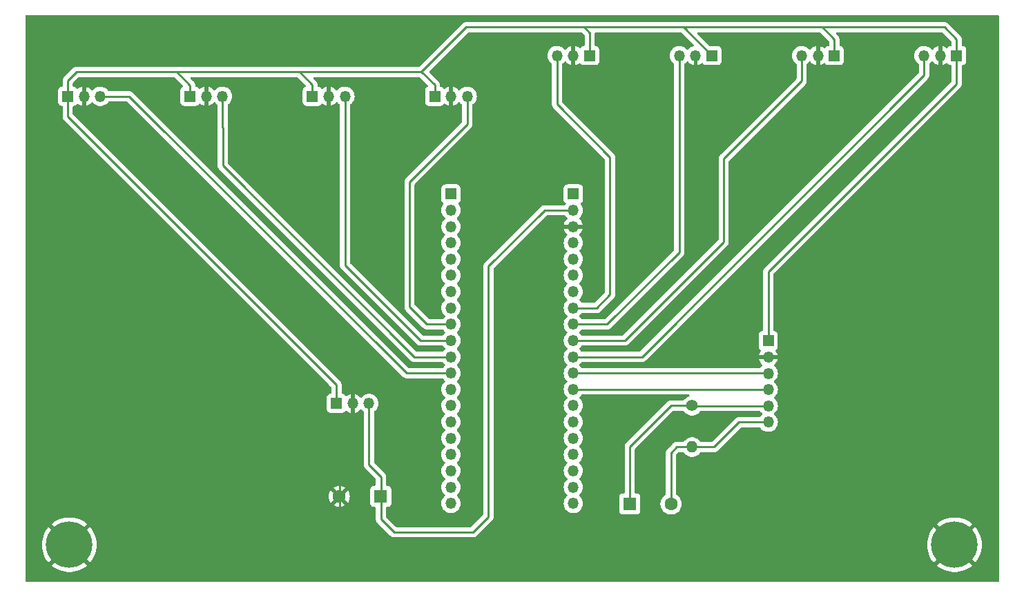
<source format=gbr>
%TF.GenerationSoftware,KiCad,Pcbnew,7.0.10*%
%TF.CreationDate,2024-01-29T08:00:26-03:00*%
%TF.ProjectId,sensor_agv,73656e73-6f72-45f6-9167-762e6b696361,rev?*%
%TF.SameCoordinates,Original*%
%TF.FileFunction,Copper,L1,Top*%
%TF.FilePolarity,Positive*%
%FSLAX46Y46*%
G04 Gerber Fmt 4.6, Leading zero omitted, Abs format (unit mm)*
G04 Created by KiCad (PCBNEW 7.0.10) date 2024-01-29 08:00:26*
%MOMM*%
%LPD*%
G01*
G04 APERTURE LIST*
%TA.AperFunction,ComponentPad*%
%ADD10R,1.350000X1.350000*%
%TD*%
%TA.AperFunction,ComponentPad*%
%ADD11O,1.350000X1.350000*%
%TD*%
%TA.AperFunction,ComponentPad*%
%ADD12C,1.600000*%
%TD*%
%TA.AperFunction,ComponentPad*%
%ADD13R,1.600000X1.600000*%
%TD*%
%TA.AperFunction,ComponentPad*%
%ADD14C,5.700000*%
%TD*%
%TA.AperFunction,ComponentPad*%
%ADD15C,1.400000*%
%TD*%
%TA.AperFunction,ComponentPad*%
%ADD16O,1.400000X1.400000*%
%TD*%
%TA.AperFunction,Conductor*%
%ADD17C,0.250000*%
%TD*%
G04 APERTURE END LIST*
D10*
%TO.P,U8,1,VCC*%
%TO.N,/3.3V*%
X200543000Y-68976400D03*
D11*
%TO.P,U8,2,GND*%
%TO.N,/GND*%
X198543000Y-68976400D03*
%TO.P,U8,3,OUT*%
%TO.N,/Sensor_7*%
X196543000Y-68976400D03*
%TD*%
D12*
%TO.P,J4,1,Pin_1*%
%TO.N,/GND*%
X124841000Y-123113800D03*
D13*
%TO.P,J4,2,Pin_2*%
%TO.N,/BluePill/5V*%
X129921000Y-123113800D03*
%TD*%
D14*
%TO.P,REF\u002A\u002A,2*%
%TO.N,/GND*%
X200290000Y-129057400D03*
%TD*%
D10*
%TO.P,U1,1,VCC*%
%TO.N,/3.3V*%
X91543000Y-73976400D03*
D11*
%TO.P,U1,2,GND*%
%TO.N,/GND*%
X93543000Y-73976400D03*
%TO.P,U1,3,OUT*%
%TO.N,/Sensor_0*%
X95543000Y-73976400D03*
%TD*%
D12*
%TO.P,J3,1,Pin_1*%
%TO.N,/BluePill/CANL*%
X165531800Y-124047700D03*
D13*
%TO.P,J3,2,Pin_2*%
%TO.N,/BluePill/CANH*%
X160451800Y-124047700D03*
%TD*%
D10*
%TO.P,U5,1,VCC*%
%TO.N,/3.3V*%
X155543000Y-68976400D03*
D11*
%TO.P,U5,2,GND*%
%TO.N,/GND*%
X153543000Y-68976400D03*
%TO.P,U5,3,OUT*%
%TO.N,/Sensor_4*%
X151543000Y-68976400D03*
%TD*%
D10*
%TO.P,U4,1,VCC*%
%TO.N,/3.3V*%
X136543000Y-73976400D03*
D11*
%TO.P,U4,2,GND*%
%TO.N,/GND*%
X138543000Y-73976400D03*
%TO.P,U4,3,OUT*%
%TO.N,/Sensor_3*%
X140543000Y-73976400D03*
%TD*%
D10*
%TO.P,J2,1,Pin_1*%
%TO.N,unconnected-(J2-Pin_1-Pad1)*%
X153543000Y-85976400D03*
D11*
%TO.P,J2,2,Pin_2*%
%TO.N,/BluePill/5V*%
X153543000Y-87976400D03*
%TO.P,J2,3,Pin_3*%
%TO.N,/GND*%
X153543000Y-89976400D03*
%TO.P,J2,4,Pin_4*%
%TO.N,unconnected-(J2-Pin_4-Pad4)*%
X153543000Y-91976400D03*
%TO.P,J2,5,Pin_5*%
%TO.N,unconnected-(J2-Pin_5-Pad5)*%
X153543000Y-93976400D03*
%TO.P,J2,6,Pin_6*%
%TO.N,unconnected-(J2-Pin_6-Pad6)*%
X153543000Y-95976400D03*
%TO.P,J2,7,Pin_7*%
%TO.N,unconnected-(J2-Pin_7-Pad7)*%
X153543000Y-97976400D03*
%TO.P,J2,8,Pin_8*%
%TO.N,/Sensor_4*%
X153543000Y-99976400D03*
%TO.P,J2,9,Pin_9*%
%TO.N,/Sensor_5*%
X153543000Y-101976400D03*
%TO.P,J2,10,Pin_10*%
%TO.N,/Sensor_6*%
X153543000Y-103976400D03*
%TO.P,J2,11,Pin_11*%
%TO.N,/Sensor_7*%
X153543000Y-105976400D03*
%TO.P,J2,12,Pin_12*%
%TO.N,/BluePill/CTX*%
X153543000Y-107976400D03*
%TO.P,J2,13,Pin_13*%
%TO.N,/BluePill/CRX*%
X153543000Y-109976400D03*
%TO.P,J2,14,Pin_14*%
%TO.N,unconnected-(J2-Pin_14-Pad14)*%
X153543000Y-111976400D03*
%TO.P,J2,15,Pin_15*%
%TO.N,unconnected-(J2-Pin_15-Pad15)*%
X153543000Y-113976400D03*
%TO.P,J2,16,Pin_16*%
%TO.N,unconnected-(J2-Pin_16-Pad16)*%
X153543000Y-115976400D03*
%TO.P,J2,17,Pin_17*%
%TO.N,unconnected-(J2-Pin_17-Pad17)*%
X153543000Y-117976400D03*
%TO.P,J2,18,Pin_18*%
%TO.N,unconnected-(J2-Pin_18-Pad18)*%
X153543000Y-119976400D03*
%TO.P,J2,19,Pin_19*%
%TO.N,unconnected-(J2-Pin_19-Pad19)*%
X153543000Y-121976400D03*
%TO.P,J2,20,Pin_20*%
%TO.N,unconnected-(J2-Pin_20-Pad20)*%
X153543000Y-123976400D03*
%TD*%
D10*
%TO.P,U2,1,VCC*%
%TO.N,/3.3V*%
X106543000Y-73976400D03*
D11*
%TO.P,U2,2,GND*%
%TO.N,/GND*%
X108543000Y-73976400D03*
%TO.P,U2,3,OUT*%
%TO.N,/Sensor_1*%
X110543000Y-73976400D03*
%TD*%
D10*
%TO.P,J1,1,Pin_1*%
%TO.N,unconnected-(J1-Pin_1-Pad1)*%
X138543000Y-85976400D03*
D11*
%TO.P,J1,2,Pin_2*%
%TO.N,unconnected-(J1-Pin_2-Pad2)*%
X138543000Y-87976400D03*
%TO.P,J1,3,Pin_3*%
%TO.N,unconnected-(J1-Pin_3-Pad3)*%
X138543000Y-89976400D03*
%TO.P,J1,4,Pin_4*%
%TO.N,unconnected-(J1-Pin_4-Pad4)*%
X138543000Y-91976400D03*
%TO.P,J1,5,Pin_5*%
%TO.N,unconnected-(J1-Pin_5-Pad5)*%
X138543000Y-93976400D03*
%TO.P,J1,6,Pin_6*%
%TO.N,unconnected-(J1-Pin_6-Pad6)*%
X138543000Y-95976400D03*
%TO.P,J1,7,Pin_7*%
%TO.N,unconnected-(J1-Pin_7-Pad7)*%
X138543000Y-97976400D03*
%TO.P,J1,8,Pin_8*%
%TO.N,unconnected-(J1-Pin_8-Pad8)*%
X138543000Y-99976400D03*
%TO.P,J1,9,Pin_9*%
%TO.N,/Sensor_3*%
X138543000Y-101976400D03*
%TO.P,J1,10,Pin_10*%
%TO.N,/Sensor_2*%
X138543000Y-103976400D03*
%TO.P,J1,11,Pin_11*%
%TO.N,/Sensor_1*%
X138543000Y-105976400D03*
%TO.P,J1,12,Pin_12*%
%TO.N,/Sensor_0*%
X138543000Y-107976400D03*
%TO.P,J1,13,Pin_13*%
%TO.N,unconnected-(J1-Pin_13-Pad13)*%
X138543000Y-109976400D03*
%TO.P,J1,14,Pin_14*%
%TO.N,unconnected-(J1-Pin_14-Pad14)*%
X138543000Y-111976400D03*
%TO.P,J1,15,Pin_15*%
%TO.N,unconnected-(J1-Pin_15-Pad15)*%
X138543000Y-113976400D03*
%TO.P,J1,16,Pin_16*%
%TO.N,unconnected-(J1-Pin_16-Pad16)*%
X138543000Y-115976400D03*
%TO.P,J1,17,Pin_17*%
%TO.N,unconnected-(J1-Pin_17-Pad17)*%
X138543000Y-117976400D03*
%TO.P,J1,18,Pin_18*%
%TO.N,unconnected-(J1-Pin_18-Pad18)*%
X138543000Y-119976400D03*
%TO.P,J1,19,Pin_19*%
%TO.N,unconnected-(J1-Pin_19-Pad19)*%
X138543000Y-121976400D03*
%TO.P,J1,20,Pin_20*%
%TO.N,unconnected-(J1-Pin_20-Pad20)*%
X138543000Y-123976400D03*
%TD*%
D15*
%TO.P,R1,1*%
%TO.N,/BluePill/CANH*%
X168096200Y-111978800D03*
D16*
%TO.P,R1,2*%
%TO.N,/BluePill/CANL*%
X168096200Y-117058800D03*
%TD*%
D10*
%TO.P,U7,1,VCC*%
%TO.N,/3.3V*%
X185543000Y-68976400D03*
D11*
%TO.P,U7,2,GND*%
%TO.N,/GND*%
X183543000Y-68976400D03*
%TO.P,U7,3,OUT*%
%TO.N,/Sensor_6*%
X181543000Y-68976400D03*
%TD*%
D10*
%TO.P,U6,1,VCC*%
%TO.N,/3.3V*%
X170543000Y-68976400D03*
D11*
%TO.P,U6,2,GND*%
%TO.N,/GND*%
X168543000Y-68976400D03*
%TO.P,U6,3,OUT*%
%TO.N,/Sensor_5*%
X166543000Y-68976400D03*
%TD*%
D14*
%TO.P,REF\u002A\u002A,1*%
%TO.N,/GND*%
X91744800Y-129057400D03*
%TD*%
D10*
%TO.P,U3,1,VCC*%
%TO.N,/3.3V*%
X121543000Y-73976400D03*
D11*
%TO.P,U3,2,GND*%
%TO.N,/GND*%
X123543000Y-73976400D03*
%TO.P,U3,3,OUT*%
%TO.N,/Sensor_2*%
X125543000Y-73976400D03*
%TD*%
D10*
%TO.P,J5,1,Pin_1*%
%TO.N,/3.3V*%
X124491000Y-111699400D03*
D11*
%TO.P,J5,2,Pin_2*%
%TO.N,/GND*%
X126491000Y-111699400D03*
%TO.P,J5,3,Pin_3*%
%TO.N,/BluePill/5V*%
X128491000Y-111699400D03*
%TD*%
D10*
%TO.P,T1,1,3.3V*%
%TO.N,/3.3V*%
X177443400Y-104004200D03*
D11*
%TO.P,T1,2,GND*%
%TO.N,/GND*%
X177443400Y-106004200D03*
%TO.P,T1,3,CTX*%
%TO.N,/BluePill/CTX*%
X177443400Y-108004200D03*
%TO.P,T1,4,CRX*%
%TO.N,/BluePill/CRX*%
X177443400Y-110004200D03*
%TO.P,T1,5,CANH*%
%TO.N,/BluePill/CANH*%
X177443400Y-112004200D03*
%TO.P,T1,6,CANL*%
%TO.N,/BluePill/CANL*%
X177443400Y-114004200D03*
%TD*%
D17*
%TO.N,/Sensor_3*%
X133450600Y-84496000D02*
X140543000Y-77403600D01*
X140543000Y-77403600D02*
X140543000Y-73976400D01*
X135589400Y-101976400D02*
X133450600Y-99837600D01*
X133450600Y-99837600D02*
X133450600Y-84496000D01*
X138543000Y-101976400D02*
X135589400Y-101976400D01*
%TO.N,/Sensor_2*%
X125543000Y-94724000D02*
X125543000Y-73976400D01*
X138543000Y-103976400D02*
X134795400Y-103976400D01*
X134795400Y-103976400D02*
X125543000Y-94724000D01*
%TO.N,/Sensor_1*%
X110543000Y-77793600D02*
X110543000Y-73976400D01*
X138543000Y-105976400D02*
X134052200Y-105976400D01*
X110565200Y-77815800D02*
X110543000Y-77793600D01*
X134052200Y-105976400D02*
X110565200Y-82489400D01*
X110565200Y-82489400D02*
X110565200Y-77815800D01*
%TO.N,/Sensor_0*%
X138543000Y-107976400D02*
X133080400Y-107976400D01*
X133080400Y-107976400D02*
X99080400Y-73976400D01*
X99080400Y-73976400D02*
X95543000Y-73976400D01*
%TO.N,/Sensor_4*%
X156386800Y-99990000D02*
X158037800Y-98339000D01*
X151543000Y-74953200D02*
X151543000Y-68976400D01*
X156373200Y-99976400D02*
X156386800Y-99990000D01*
X153543000Y-99976400D02*
X156373200Y-99976400D01*
X158037800Y-81448000D02*
X151543000Y-74953200D01*
X158037800Y-98339000D02*
X158037800Y-81448000D01*
%TO.N,/Sensor_5*%
X157702400Y-101976400D02*
X166543000Y-93135800D01*
X166543000Y-93135800D02*
X166543000Y-68976400D01*
X153543000Y-101976400D02*
X157702400Y-101976400D01*
%TO.N,/Sensor_6*%
X153543000Y-103976400D02*
X159842600Y-103976400D01*
X171982400Y-91836600D02*
X171982400Y-81651200D01*
X181543000Y-72090600D02*
X181543000Y-68976400D01*
X159842600Y-103976400D02*
X171982400Y-91836600D01*
X171982400Y-81651200D02*
X181543000Y-72090600D01*
%TO.N,/BluePill/CRX*%
X177415600Y-109976400D02*
X177443400Y-110004200D01*
X153543000Y-109976400D02*
X177415600Y-109976400D01*
%TO.N,/BluePill/CTX*%
X153543000Y-107976400D02*
X177415600Y-107976400D01*
X177415600Y-107976400D02*
X177443400Y-108004200D01*
%TO.N,/Sensor_7*%
X161957400Y-105976400D02*
X196543000Y-71390800D01*
X196543000Y-71390800D02*
X196543000Y-68976400D01*
X153543000Y-105976400D02*
X161957400Y-105976400D01*
%TO.N,/BluePill/5V*%
X131562200Y-127523600D02*
X129946400Y-125907800D01*
X143128000Y-94859200D02*
X143128000Y-125618600D01*
X141223000Y-127523600D02*
X131562200Y-127523600D01*
X143128000Y-125618600D02*
X141223000Y-127523600D01*
X153543000Y-87976400D02*
X150010800Y-87976400D01*
X129946400Y-120708400D02*
X128491000Y-119253000D01*
X129946400Y-125907800D02*
X129946400Y-123825000D01*
X129946400Y-123825000D02*
X129946400Y-120708400D01*
X128491000Y-111699400D02*
X128491000Y-119253000D01*
X150010800Y-87976400D02*
X143128000Y-94859200D01*
%TO.N,/GND*%
X151465200Y-89976400D02*
X153543000Y-89976400D01*
X129921000Y-129225400D02*
X142061200Y-129225400D01*
X124866400Y-126136400D02*
X127965200Y-129235200D01*
X124866400Y-123825000D02*
X124866400Y-126136400D01*
X127965200Y-129235200D02*
X129911200Y-129235200D01*
X124866400Y-123825000D02*
X124866400Y-120877600D01*
X142061200Y-129225400D02*
X145490200Y-125796400D01*
X129462800Y-129225400D02*
X129921000Y-129225400D01*
X124866400Y-120877600D02*
X126491000Y-119253000D01*
X145490200Y-95951400D02*
X151465200Y-89976400D01*
X145490200Y-125796400D02*
X145490200Y-95951400D01*
X129911200Y-129235200D02*
X129921000Y-129225400D01*
X126491000Y-111699400D02*
X126491000Y-119253000D01*
%TO.N,/3.3V*%
X154862800Y-65496800D02*
X140410200Y-65496800D01*
X91543000Y-73976400D02*
X91543000Y-72047600D01*
X170543000Y-68976400D02*
X167063400Y-65496800D01*
X134923800Y-70983200D02*
X136543000Y-72602400D01*
X106543000Y-73976400D02*
X106543000Y-72625200D01*
X185543000Y-66992400D02*
X184047400Y-65496800D01*
X200521000Y-72467400D02*
X200543000Y-72467400D01*
X91543000Y-76446600D02*
X91543000Y-73976400D01*
X184047400Y-65496800D02*
X199033400Y-65496800D01*
X121543000Y-72563000D02*
X119963200Y-70983200D01*
X155543000Y-66177000D02*
X154862800Y-65496800D01*
X200543000Y-67006400D02*
X200543000Y-68976400D01*
X185543000Y-68976400D02*
X185543000Y-66992400D01*
X200543000Y-72467400D02*
X200543000Y-68976400D01*
X121543000Y-73976400D02*
X121543000Y-72563000D01*
X104901000Y-70983200D02*
X119963200Y-70983200D01*
X140410200Y-65496800D02*
X134923800Y-70983200D01*
X106543000Y-72625200D02*
X104901000Y-70983200D01*
X199033400Y-65496800D02*
X200543000Y-67006400D01*
X136543000Y-72602400D02*
X136543000Y-73976400D01*
X167063400Y-65496800D02*
X166800800Y-65496800D01*
X166800800Y-65496800D02*
X184047400Y-65496800D01*
X177443400Y-95545000D02*
X200521000Y-72467400D01*
X119963200Y-70983200D02*
X134923800Y-70983200D01*
X124491000Y-111699400D02*
X124491000Y-109394600D01*
X154862800Y-65496800D02*
X166800800Y-65496800D01*
X91543000Y-72047600D02*
X92607400Y-70983200D01*
X155543000Y-68976400D02*
X155543000Y-66177000D01*
X92607400Y-70983200D02*
X104901000Y-70983200D01*
X177443400Y-104004200D02*
X177443400Y-95545000D01*
X124491000Y-109394600D02*
X91543000Y-76446600D01*
%TO.N,/BluePill/CANL*%
X170814000Y-117058800D02*
X173868600Y-114004200D01*
X165506400Y-124022300D02*
X165531800Y-124047700D01*
X168096200Y-117058800D02*
X170814000Y-117058800D01*
X173868600Y-114004200D02*
X177443400Y-114004200D01*
X166202000Y-117058800D02*
X165506400Y-117754400D01*
X165506400Y-117754400D02*
X165506400Y-124022300D01*
X168096200Y-117058800D02*
X166202000Y-117058800D01*
%TO.N,/BluePill/CANH*%
X168121600Y-112004200D02*
X168096200Y-111978800D01*
X165505400Y-111978800D02*
X160451800Y-117032400D01*
X168096200Y-111978800D02*
X165505400Y-111978800D01*
X160451800Y-117032400D02*
X160451800Y-124022300D01*
X177443400Y-112004200D02*
X168121600Y-112004200D01*
X160451800Y-124022300D02*
X160426400Y-124047700D01*
%TD*%
%TA.AperFunction,Conductor*%
%TO.N,/GND*%
G36*
X154619387Y-66141985D02*
G01*
X154640029Y-66158619D01*
X154881181Y-66399771D01*
X154914666Y-66461094D01*
X154917500Y-66487452D01*
X154917500Y-67679048D01*
X154897815Y-67746087D01*
X154845011Y-67791842D01*
X154806755Y-67802338D01*
X154760516Y-67807309D01*
X154625671Y-67857602D01*
X154625664Y-67857606D01*
X154510455Y-67943852D01*
X154510452Y-67943855D01*
X154447913Y-68027397D01*
X154391980Y-68069268D01*
X154322288Y-68074252D01*
X154265109Y-68044723D01*
X154254130Y-68034714D01*
X154254125Y-68034710D01*
X154068987Y-67920077D01*
X154068985Y-67920076D01*
X153865931Y-67841413D01*
X153865921Y-67841410D01*
X153793001Y-67827778D01*
X153793000Y-67827779D01*
X153793000Y-68660714D01*
X153781045Y-68648759D01*
X153668148Y-68591235D01*
X153574481Y-68576400D01*
X153511519Y-68576400D01*
X153417852Y-68591235D01*
X153304955Y-68648759D01*
X153293000Y-68660714D01*
X153293000Y-67827779D01*
X153292998Y-67827778D01*
X153220078Y-67841410D01*
X153220068Y-67841413D01*
X153017014Y-67920076D01*
X153017012Y-67920077D01*
X152831869Y-68034714D01*
X152831868Y-68034714D01*
X152670945Y-68181414D01*
X152642267Y-68219390D01*
X152586157Y-68261026D01*
X152516445Y-68265717D01*
X152455264Y-68231975D01*
X152444359Y-68219390D01*
X152435547Y-68207721D01*
X152415427Y-68181078D01*
X152254432Y-68034312D01*
X152254428Y-68034309D01*
X152254423Y-68034306D01*
X152069213Y-67919629D01*
X152069207Y-67919626D01*
X151984113Y-67886660D01*
X151866069Y-67840930D01*
X151651926Y-67800900D01*
X151434074Y-67800900D01*
X151219931Y-67840930D01*
X151176896Y-67857602D01*
X151016792Y-67919626D01*
X151016786Y-67919629D01*
X150831576Y-68034306D01*
X150831566Y-68034313D01*
X150670574Y-68181076D01*
X150539288Y-68354927D01*
X150442184Y-68549937D01*
X150382564Y-68759481D01*
X150362464Y-68976399D01*
X150362464Y-68976400D01*
X150382564Y-69193318D01*
X150442184Y-69402862D01*
X150539288Y-69597872D01*
X150670574Y-69771724D01*
X150804411Y-69893731D01*
X150831568Y-69918488D01*
X150858776Y-69935334D01*
X150905412Y-69987360D01*
X150917500Y-70040761D01*
X150917500Y-74870455D01*
X150915775Y-74886072D01*
X150916061Y-74886099D01*
X150915326Y-74893865D01*
X150917439Y-74961072D01*
X150917500Y-74964967D01*
X150917500Y-74992557D01*
X150918003Y-74996535D01*
X150918918Y-75008167D01*
X150920290Y-75051824D01*
X150920291Y-75051827D01*
X150925880Y-75071067D01*
X150929824Y-75090111D01*
X150930467Y-75095193D01*
X150932336Y-75109992D01*
X150948414Y-75150603D01*
X150952197Y-75161652D01*
X150964381Y-75203588D01*
X150974580Y-75220834D01*
X150983138Y-75238303D01*
X150990514Y-75256932D01*
X151016181Y-75292260D01*
X151022593Y-75302021D01*
X151044828Y-75339617D01*
X151044833Y-75339624D01*
X151058990Y-75353780D01*
X151071628Y-75368576D01*
X151083405Y-75384786D01*
X151083406Y-75384787D01*
X151117057Y-75412625D01*
X151125698Y-75420488D01*
X157375981Y-81670771D01*
X157409466Y-81732094D01*
X157412300Y-81758452D01*
X157412300Y-98028547D01*
X157392615Y-98095586D01*
X157375981Y-98116228D01*
X156177628Y-99314581D01*
X156116305Y-99348066D01*
X156089947Y-99350900D01*
X154605414Y-99350900D01*
X154538375Y-99331215D01*
X154506460Y-99301626D01*
X154415427Y-99181078D01*
X154291423Y-99068034D01*
X154255145Y-99008327D01*
X154256905Y-98938479D01*
X154291423Y-98884765D01*
X154415427Y-98771722D01*
X154546712Y-98597872D01*
X154643817Y-98402859D01*
X154703435Y-98193323D01*
X154723536Y-97976400D01*
X154703435Y-97759477D01*
X154643817Y-97549941D01*
X154546712Y-97354928D01*
X154415427Y-97181078D01*
X154291423Y-97068034D01*
X154255145Y-97008327D01*
X154256905Y-96938479D01*
X154291423Y-96884765D01*
X154415427Y-96771722D01*
X154546712Y-96597872D01*
X154643817Y-96402859D01*
X154703435Y-96193323D01*
X154723536Y-95976400D01*
X154703435Y-95759477D01*
X154643817Y-95549941D01*
X154546712Y-95354928D01*
X154415427Y-95181078D01*
X154291423Y-95068034D01*
X154255145Y-95008327D01*
X154256905Y-94938479D01*
X154291423Y-94884765D01*
X154415427Y-94771722D01*
X154546712Y-94597872D01*
X154643817Y-94402859D01*
X154703435Y-94193323D01*
X154723536Y-93976400D01*
X154703435Y-93759477D01*
X154643817Y-93549941D01*
X154546712Y-93354928D01*
X154415427Y-93181078D01*
X154291423Y-93068034D01*
X154255145Y-93008327D01*
X154256905Y-92938479D01*
X154291423Y-92884765D01*
X154415427Y-92771722D01*
X154546712Y-92597872D01*
X154643817Y-92402859D01*
X154703435Y-92193323D01*
X154723536Y-91976400D01*
X154703435Y-91759477D01*
X154643817Y-91549941D01*
X154546712Y-91354928D01*
X154415427Y-91181078D01*
X154415425Y-91181075D01*
X154291055Y-91067698D01*
X154254773Y-91007987D01*
X154256534Y-90938140D01*
X154291056Y-90884423D01*
X154415054Y-90771385D01*
X154546284Y-90597608D01*
X154643348Y-90402680D01*
X154693505Y-90226400D01*
X153858686Y-90226400D01*
X153870641Y-90214445D01*
X153928165Y-90101548D01*
X153947986Y-89976400D01*
X153928165Y-89851252D01*
X153870641Y-89738355D01*
X153858686Y-89726400D01*
X154693505Y-89726400D01*
X154693505Y-89726399D01*
X154643348Y-89550119D01*
X154546284Y-89355191D01*
X154415056Y-89181417D01*
X154291055Y-89068376D01*
X154254774Y-89008665D01*
X154256534Y-88938817D01*
X154291052Y-88885104D01*
X154415427Y-88771722D01*
X154546712Y-88597872D01*
X154643817Y-88402859D01*
X154703435Y-88193323D01*
X154723536Y-87976400D01*
X154703435Y-87759477D01*
X154643817Y-87549941D01*
X154546712Y-87354928D01*
X154465250Y-87247054D01*
X154440560Y-87181697D01*
X154455125Y-87113362D01*
X154489895Y-87073065D01*
X154537545Y-87037393D01*
X154575546Y-87008946D01*
X154661796Y-86893731D01*
X154712091Y-86758883D01*
X154718500Y-86699273D01*
X154718499Y-85253528D01*
X154712091Y-85193917D01*
X154661796Y-85059069D01*
X154661795Y-85059068D01*
X154661793Y-85059064D01*
X154575547Y-84943855D01*
X154575544Y-84943852D01*
X154460335Y-84857606D01*
X154460328Y-84857602D01*
X154325482Y-84807308D01*
X154325483Y-84807308D01*
X154265883Y-84800901D01*
X154265881Y-84800900D01*
X154265873Y-84800900D01*
X154265864Y-84800900D01*
X152820129Y-84800900D01*
X152820123Y-84800901D01*
X152760516Y-84807308D01*
X152625671Y-84857602D01*
X152625664Y-84857606D01*
X152510455Y-84943852D01*
X152510452Y-84943855D01*
X152424206Y-85059064D01*
X152424202Y-85059071D01*
X152373908Y-85193917D01*
X152367501Y-85253516D01*
X152367501Y-85253523D01*
X152367500Y-85253535D01*
X152367500Y-86699270D01*
X152367501Y-86699276D01*
X152373908Y-86758883D01*
X152424202Y-86893728D01*
X152424206Y-86893735D01*
X152493358Y-86986109D01*
X152510454Y-87008946D01*
X152596105Y-87073064D01*
X152637975Y-87128997D01*
X152642959Y-87198689D01*
X152620749Y-87247054D01*
X152592421Y-87284567D01*
X152579540Y-87301625D01*
X152523434Y-87343262D01*
X152480586Y-87350900D01*
X150093538Y-87350900D01*
X150077921Y-87349176D01*
X150077894Y-87349462D01*
X150070132Y-87348727D01*
X150002945Y-87350839D01*
X149999051Y-87350900D01*
X149971450Y-87350900D01*
X149967762Y-87351365D01*
X149967449Y-87351405D01*
X149955831Y-87352318D01*
X149912173Y-87353690D01*
X149912172Y-87353690D01*
X149892929Y-87359281D01*
X149873879Y-87363225D01*
X149854011Y-87365734D01*
X149854010Y-87365734D01*
X149813399Y-87381813D01*
X149802354Y-87385594D01*
X149760414Y-87397779D01*
X149760410Y-87397781D01*
X149743166Y-87407979D01*
X149725705Y-87416533D01*
X149707074Y-87423910D01*
X149707062Y-87423917D01*
X149671733Y-87449585D01*
X149661973Y-87455996D01*
X149624380Y-87478229D01*
X149610214Y-87492395D01*
X149595424Y-87505027D01*
X149579214Y-87516804D01*
X149579211Y-87516807D01*
X149551373Y-87550458D01*
X149543511Y-87559097D01*
X142744208Y-94358399D01*
X142731951Y-94368220D01*
X142732134Y-94368441D01*
X142726122Y-94373414D01*
X142680098Y-94422423D01*
X142677391Y-94425216D01*
X142657889Y-94444717D01*
X142657875Y-94444734D01*
X142655407Y-94447915D01*
X142647843Y-94456770D01*
X142617937Y-94488618D01*
X142617936Y-94488620D01*
X142608284Y-94506176D01*
X142597610Y-94522426D01*
X142585329Y-94538261D01*
X142585324Y-94538268D01*
X142567975Y-94578358D01*
X142562838Y-94588844D01*
X142541803Y-94627106D01*
X142536822Y-94646507D01*
X142530521Y-94664910D01*
X142522562Y-94683302D01*
X142522561Y-94683305D01*
X142515728Y-94726443D01*
X142513360Y-94737874D01*
X142502501Y-94780171D01*
X142502500Y-94780182D01*
X142502500Y-94800216D01*
X142500973Y-94819613D01*
X142497840Y-94839396D01*
X142501272Y-94875705D01*
X142501950Y-94882874D01*
X142502500Y-94894543D01*
X142502500Y-125308147D01*
X142482815Y-125375186D01*
X142466181Y-125395828D01*
X141000228Y-126861781D01*
X140938905Y-126895266D01*
X140912547Y-126898100D01*
X131872653Y-126898100D01*
X131805614Y-126878415D01*
X131784972Y-126861781D01*
X130608219Y-125685028D01*
X130574734Y-125623705D01*
X130571900Y-125597347D01*
X130571900Y-124538299D01*
X130591585Y-124471260D01*
X130644389Y-124425505D01*
X130695900Y-124414299D01*
X130768871Y-124414299D01*
X130768872Y-124414299D01*
X130828483Y-124407891D01*
X130963331Y-124357596D01*
X131078546Y-124271346D01*
X131164796Y-124156131D01*
X131215091Y-124021283D01*
X131221500Y-123961673D01*
X131221499Y-122265928D01*
X131215091Y-122206317D01*
X131164796Y-122071469D01*
X131164795Y-122071468D01*
X131164793Y-122071464D01*
X131078547Y-121956255D01*
X131078544Y-121956252D01*
X130963335Y-121870006D01*
X130963328Y-121870002D01*
X130828482Y-121819708D01*
X130828483Y-121819708D01*
X130768883Y-121813301D01*
X130768881Y-121813300D01*
X130768873Y-121813300D01*
X130768865Y-121813300D01*
X130695900Y-121813300D01*
X130628861Y-121793615D01*
X130583106Y-121740811D01*
X130571900Y-121689300D01*
X130571900Y-120791137D01*
X130573624Y-120775523D01*
X130573338Y-120775496D01*
X130574072Y-120767733D01*
X130571961Y-120700543D01*
X130571900Y-120696649D01*
X130571900Y-120669051D01*
X130571900Y-120669050D01*
X130571397Y-120665070D01*
X130570480Y-120653421D01*
X130569109Y-120609774D01*
X130569109Y-120609772D01*
X130563520Y-120590537D01*
X130559574Y-120571484D01*
X130557064Y-120551608D01*
X130540978Y-120510981D01*
X130537203Y-120499954D01*
X130525017Y-120458010D01*
X130514821Y-120440769D01*
X130506260Y-120423293D01*
X130498886Y-120404669D01*
X130498885Y-120404667D01*
X130497574Y-120402862D01*
X130473209Y-120369326D01*
X130466812Y-120359590D01*
X130444570Y-120321979D01*
X130444567Y-120321976D01*
X130444565Y-120321973D01*
X130430405Y-120307813D01*
X130417770Y-120293020D01*
X130405993Y-120276812D01*
X130372345Y-120248976D01*
X130363704Y-120241113D01*
X129152819Y-119030228D01*
X129119334Y-118968905D01*
X129116500Y-118942547D01*
X129116500Y-112763761D01*
X129136185Y-112696722D01*
X129175223Y-112658334D01*
X129202432Y-112641488D01*
X129363427Y-112494722D01*
X129494712Y-112320872D01*
X129591817Y-112125859D01*
X129651435Y-111916323D01*
X129671536Y-111699400D01*
X129651435Y-111482477D01*
X129591817Y-111272941D01*
X129494712Y-111077928D01*
X129363427Y-110904078D01*
X129358464Y-110899554D01*
X129218236Y-110771719D01*
X129202432Y-110757312D01*
X129202428Y-110757309D01*
X129202423Y-110757306D01*
X129017213Y-110642629D01*
X129017207Y-110642626D01*
X128931793Y-110609537D01*
X128814069Y-110563930D01*
X128599926Y-110523900D01*
X128382074Y-110523900D01*
X128167931Y-110563930D01*
X128124896Y-110580602D01*
X127964792Y-110642626D01*
X127964786Y-110642629D01*
X127779576Y-110757306D01*
X127779566Y-110757313D01*
X127618574Y-110904076D01*
X127589640Y-110942391D01*
X127533530Y-110984027D01*
X127463818Y-110988718D01*
X127402637Y-110954976D01*
X127391731Y-110942390D01*
X127363051Y-110904411D01*
X127363050Y-110904410D01*
X127202131Y-110757714D01*
X127016987Y-110643077D01*
X127016985Y-110643076D01*
X126813931Y-110564413D01*
X126813921Y-110564410D01*
X126741001Y-110550778D01*
X126741000Y-110550779D01*
X126741000Y-111383714D01*
X126729045Y-111371759D01*
X126616148Y-111314235D01*
X126522481Y-111299400D01*
X126459519Y-111299400D01*
X126365852Y-111314235D01*
X126252955Y-111371759D01*
X126241000Y-111383714D01*
X126241000Y-110550779D01*
X126240998Y-110550778D01*
X126168078Y-110564410D01*
X126168068Y-110564413D01*
X125965014Y-110643076D01*
X125965012Y-110643077D01*
X125779869Y-110757714D01*
X125779868Y-110757714D01*
X125768887Y-110767725D01*
X125706082Y-110798340D01*
X125636695Y-110790140D01*
X125586086Y-110750397D01*
X125523546Y-110666854D01*
X125468534Y-110625672D01*
X125408335Y-110580606D01*
X125408328Y-110580602D01*
X125273483Y-110530308D01*
X125227243Y-110525337D01*
X125162693Y-110498599D01*
X125122845Y-110441206D01*
X125116500Y-110402048D01*
X125116500Y-109477337D01*
X125118224Y-109461723D01*
X125117938Y-109461696D01*
X125118672Y-109453933D01*
X125116561Y-109386743D01*
X125116500Y-109382849D01*
X125116500Y-109355251D01*
X125116500Y-109355250D01*
X125115997Y-109351270D01*
X125115080Y-109339621D01*
X125113709Y-109295974D01*
X125113709Y-109295972D01*
X125108120Y-109276737D01*
X125104174Y-109257684D01*
X125101664Y-109237808D01*
X125085578Y-109197181D01*
X125081803Y-109186154D01*
X125069617Y-109144210D01*
X125059421Y-109126969D01*
X125050860Y-109109493D01*
X125049308Y-109105575D01*
X125043486Y-109090868D01*
X125017809Y-109055526D01*
X125011412Y-109045790D01*
X124989170Y-109008179D01*
X124989167Y-109008176D01*
X124989165Y-109008173D01*
X124975005Y-108994013D01*
X124962370Y-108979220D01*
X124950593Y-108963012D01*
X124916945Y-108935176D01*
X124908304Y-108927313D01*
X92204819Y-76223828D01*
X92171334Y-76162505D01*
X92168500Y-76136147D01*
X92168500Y-75273751D01*
X92188185Y-75206712D01*
X92240989Y-75160957D01*
X92279247Y-75150461D01*
X92325483Y-75145491D01*
X92460331Y-75095196D01*
X92575546Y-75008946D01*
X92609931Y-74963014D01*
X92638087Y-74925403D01*
X92694020Y-74883532D01*
X92763712Y-74878548D01*
X92820891Y-74908077D01*
X92831869Y-74918085D01*
X92831874Y-74918089D01*
X93017012Y-75032722D01*
X93017023Y-75032727D01*
X93220060Y-75111384D01*
X93293000Y-75125019D01*
X93293000Y-74292086D01*
X93304955Y-74304041D01*
X93417852Y-74361565D01*
X93511519Y-74376400D01*
X93574481Y-74376400D01*
X93668148Y-74361565D01*
X93781045Y-74304041D01*
X93793000Y-74292086D01*
X93793000Y-75125019D01*
X93865939Y-75111384D01*
X94068976Y-75032727D01*
X94068987Y-75032722D01*
X94254130Y-74918085D01*
X94254131Y-74918085D01*
X94415055Y-74771384D01*
X94443730Y-74733412D01*
X94499838Y-74691774D01*
X94569550Y-74687081D01*
X94630733Y-74720822D01*
X94641640Y-74733409D01*
X94660512Y-74758400D01*
X94670573Y-74771722D01*
X94831568Y-74918488D01*
X94831575Y-74918492D01*
X94831576Y-74918493D01*
X95016786Y-75033170D01*
X95016792Y-75033173D01*
X95036379Y-75040761D01*
X95219931Y-75111870D01*
X95434074Y-75151900D01*
X95434076Y-75151900D01*
X95651924Y-75151900D01*
X95651926Y-75151900D01*
X95866069Y-75111870D01*
X96069210Y-75033172D01*
X96254432Y-74918488D01*
X96415427Y-74771722D01*
X96506460Y-74651173D01*
X96562568Y-74609537D01*
X96605414Y-74601900D01*
X98769948Y-74601900D01*
X98836987Y-74621585D01*
X98857629Y-74638219D01*
X132579597Y-108360188D01*
X132589422Y-108372451D01*
X132589643Y-108372269D01*
X132594611Y-108378274D01*
X132643622Y-108424299D01*
X132646421Y-108427012D01*
X132665922Y-108446514D01*
X132665926Y-108446517D01*
X132665929Y-108446520D01*
X132669102Y-108448981D01*
X132677974Y-108456559D01*
X132709818Y-108486462D01*
X132727376Y-108496114D01*
X132743635Y-108506795D01*
X132759464Y-108519073D01*
X132799555Y-108536421D01*
X132810026Y-108541551D01*
X132832580Y-108553950D01*
X132848302Y-108562594D01*
X132848304Y-108562595D01*
X132848308Y-108562597D01*
X132867716Y-108567580D01*
X132886119Y-108573881D01*
X132904501Y-108581836D01*
X132904502Y-108581836D01*
X132904504Y-108581837D01*
X132947650Y-108588670D01*
X132959072Y-108591036D01*
X133001381Y-108601900D01*
X133021416Y-108601900D01*
X133040814Y-108603426D01*
X133060594Y-108606559D01*
X133060595Y-108606560D01*
X133060595Y-108606559D01*
X133060596Y-108606560D01*
X133104075Y-108602450D01*
X133115744Y-108601900D01*
X137480586Y-108601900D01*
X137547625Y-108621585D01*
X137579539Y-108651173D01*
X137670573Y-108771722D01*
X137670575Y-108771724D01*
X137670579Y-108771728D01*
X137794572Y-108884763D01*
X137830854Y-108944474D01*
X137829093Y-109014322D01*
X137794572Y-109068037D01*
X137670574Y-109181075D01*
X137539288Y-109354927D01*
X137442184Y-109549937D01*
X137382564Y-109759481D01*
X137362464Y-109976399D01*
X137362464Y-109976400D01*
X137382564Y-110193318D01*
X137382564Y-110193320D01*
X137382565Y-110193323D01*
X137390475Y-110221123D01*
X137442184Y-110402862D01*
X137539288Y-110597872D01*
X137670574Y-110771724D01*
X137794572Y-110884763D01*
X137830854Y-110944474D01*
X137829093Y-111014322D01*
X137794572Y-111068037D01*
X137670574Y-111181075D01*
X137539288Y-111354927D01*
X137442184Y-111549937D01*
X137382564Y-111759481D01*
X137362464Y-111976399D01*
X137362464Y-111976400D01*
X137382564Y-112193318D01*
X137382564Y-112193320D01*
X137382565Y-112193323D01*
X137390475Y-112221123D01*
X137442184Y-112402862D01*
X137539288Y-112597872D01*
X137670574Y-112771724D01*
X137794572Y-112884763D01*
X137830854Y-112944474D01*
X137829093Y-113014322D01*
X137794572Y-113068037D01*
X137670574Y-113181075D01*
X137539288Y-113354927D01*
X137442184Y-113549937D01*
X137382564Y-113759481D01*
X137362464Y-113976399D01*
X137362464Y-113976400D01*
X137382564Y-114193318D01*
X137382564Y-114193320D01*
X137382565Y-114193323D01*
X137390475Y-114221123D01*
X137442184Y-114402862D01*
X137539288Y-114597872D01*
X137670574Y-114771724D01*
X137794572Y-114884763D01*
X137830854Y-114944474D01*
X137829093Y-115014322D01*
X137794572Y-115068037D01*
X137670574Y-115181075D01*
X137539288Y-115354927D01*
X137442184Y-115549937D01*
X137382564Y-115759481D01*
X137362464Y-115976399D01*
X137362464Y-115976400D01*
X137382564Y-116193318D01*
X137382564Y-116193320D01*
X137382565Y-116193323D01*
X137436825Y-116384027D01*
X137442184Y-116402862D01*
X137539288Y-116597872D01*
X137670574Y-116771724D01*
X137794572Y-116884763D01*
X137830854Y-116944474D01*
X137829093Y-117014322D01*
X137794572Y-117068037D01*
X137670574Y-117181075D01*
X137539288Y-117354927D01*
X137442184Y-117549937D01*
X137382564Y-117759481D01*
X137362464Y-117976399D01*
X137362464Y-117976400D01*
X137382564Y-118193318D01*
X137382564Y-118193320D01*
X137382565Y-118193323D01*
X137401337Y-118259300D01*
X137442184Y-118402862D01*
X137539288Y-118597872D01*
X137670574Y-118771724D01*
X137794572Y-118884763D01*
X137830854Y-118944474D01*
X137829093Y-119014322D01*
X137794572Y-119068037D01*
X137670574Y-119181075D01*
X137539288Y-119354927D01*
X137442184Y-119549937D01*
X137382564Y-119759481D01*
X137362464Y-119976399D01*
X137362464Y-119976400D01*
X137382564Y-120193318D01*
X137382564Y-120193320D01*
X137382565Y-120193323D01*
X137442183Y-120402859D01*
X137442184Y-120402862D01*
X137539288Y-120597872D01*
X137670574Y-120771724D01*
X137794572Y-120884763D01*
X137830854Y-120944474D01*
X137829093Y-121014322D01*
X137794572Y-121068037D01*
X137670574Y-121181075D01*
X137539288Y-121354927D01*
X137442184Y-121549937D01*
X137382564Y-121759481D01*
X137362464Y-121976399D01*
X137362464Y-121976400D01*
X137382564Y-122193318D01*
X137382564Y-122193320D01*
X137382565Y-122193323D01*
X137403223Y-122265927D01*
X137442184Y-122402862D01*
X137539288Y-122597872D01*
X137670574Y-122771724D01*
X137794572Y-122884763D01*
X137830854Y-122944474D01*
X137829093Y-123014322D01*
X137794572Y-123068037D01*
X137670574Y-123181075D01*
X137539288Y-123354927D01*
X137442184Y-123549937D01*
X137382564Y-123759481D01*
X137362464Y-123976399D01*
X137362464Y-123976400D01*
X137382564Y-124193318D01*
X137382564Y-124193320D01*
X137382565Y-124193323D01*
X137424318Y-124340069D01*
X137442184Y-124402862D01*
X137483974Y-124486787D01*
X137539288Y-124597872D01*
X137670573Y-124771722D01*
X137831568Y-124918488D01*
X137831575Y-124918492D01*
X137831576Y-124918493D01*
X138016786Y-125033170D01*
X138016792Y-125033173D01*
X138039664Y-125042033D01*
X138219931Y-125111870D01*
X138434074Y-125151900D01*
X138434076Y-125151900D01*
X138651924Y-125151900D01*
X138651926Y-125151900D01*
X138866069Y-125111870D01*
X139069210Y-125033172D01*
X139254432Y-124918488D01*
X139415427Y-124771722D01*
X139546712Y-124597872D01*
X139643817Y-124402859D01*
X139703435Y-124193323D01*
X139723536Y-123976400D01*
X139703435Y-123759477D01*
X139643817Y-123549941D01*
X139546712Y-123354928D01*
X139415427Y-123181078D01*
X139291423Y-123068034D01*
X139255145Y-123008327D01*
X139256905Y-122938479D01*
X139291423Y-122884765D01*
X139415427Y-122771722D01*
X139546712Y-122597872D01*
X139643817Y-122402859D01*
X139703435Y-122193323D01*
X139723536Y-121976400D01*
X139703435Y-121759477D01*
X139643817Y-121549941D01*
X139546712Y-121354928D01*
X139415427Y-121181078D01*
X139291423Y-121068034D01*
X139255145Y-121008327D01*
X139256905Y-120938479D01*
X139291423Y-120884765D01*
X139415427Y-120771722D01*
X139546712Y-120597872D01*
X139643817Y-120402859D01*
X139703435Y-120193323D01*
X139723536Y-119976400D01*
X139703435Y-119759477D01*
X139643817Y-119549941D01*
X139546712Y-119354928D01*
X139415427Y-119181078D01*
X139291423Y-119068034D01*
X139255145Y-119008327D01*
X139256905Y-118938479D01*
X139291423Y-118884765D01*
X139415427Y-118771722D01*
X139546712Y-118597872D01*
X139643817Y-118402859D01*
X139703435Y-118193323D01*
X139723536Y-117976400D01*
X139703435Y-117759477D01*
X139643817Y-117549941D01*
X139546712Y-117354928D01*
X139415427Y-117181078D01*
X139291423Y-117068034D01*
X139255145Y-117008327D01*
X139256905Y-116938479D01*
X139291423Y-116884765D01*
X139415427Y-116771722D01*
X139546712Y-116597872D01*
X139643817Y-116402859D01*
X139703435Y-116193323D01*
X139723536Y-115976400D01*
X139703435Y-115759477D01*
X139643817Y-115549941D01*
X139546712Y-115354928D01*
X139415427Y-115181078D01*
X139291423Y-115068034D01*
X139255145Y-115008327D01*
X139256905Y-114938479D01*
X139291423Y-114884765D01*
X139415427Y-114771722D01*
X139546712Y-114597872D01*
X139643817Y-114402859D01*
X139703435Y-114193323D01*
X139723536Y-113976400D01*
X139703435Y-113759477D01*
X139643817Y-113549941D01*
X139546712Y-113354928D01*
X139415427Y-113181078D01*
X139291423Y-113068034D01*
X139255145Y-113008327D01*
X139256905Y-112938479D01*
X139291423Y-112884765D01*
X139415427Y-112771722D01*
X139546712Y-112597872D01*
X139643817Y-112402859D01*
X139703435Y-112193323D01*
X139723536Y-111976400D01*
X139703435Y-111759477D01*
X139643817Y-111549941D01*
X139546712Y-111354928D01*
X139415427Y-111181078D01*
X139291423Y-111068034D01*
X139255145Y-111008327D01*
X139256905Y-110938479D01*
X139291423Y-110884765D01*
X139415427Y-110771722D01*
X139546712Y-110597872D01*
X139643817Y-110402859D01*
X139703435Y-110193323D01*
X139723536Y-109976400D01*
X139703435Y-109759477D01*
X139643817Y-109549941D01*
X139546712Y-109354928D01*
X139415427Y-109181078D01*
X139291423Y-109068034D01*
X139255145Y-109008327D01*
X139256905Y-108938479D01*
X139291423Y-108884765D01*
X139415427Y-108771722D01*
X139546712Y-108597872D01*
X139643817Y-108402859D01*
X139703435Y-108193323D01*
X139723536Y-107976400D01*
X139703435Y-107759477D01*
X139643817Y-107549941D01*
X139546712Y-107354928D01*
X139415427Y-107181078D01*
X139291423Y-107068034D01*
X139255145Y-107008327D01*
X139256905Y-106938479D01*
X139291423Y-106884765D01*
X139415427Y-106771722D01*
X139546712Y-106597872D01*
X139643817Y-106402859D01*
X139703435Y-106193323D01*
X139723536Y-105976400D01*
X139703435Y-105759477D01*
X139643817Y-105549941D01*
X139546712Y-105354928D01*
X139415427Y-105181078D01*
X139291423Y-105068034D01*
X139255145Y-105008327D01*
X139256905Y-104938479D01*
X139291423Y-104884765D01*
X139415427Y-104771722D01*
X139546712Y-104597872D01*
X139643817Y-104402859D01*
X139703435Y-104193323D01*
X139723536Y-103976400D01*
X139703435Y-103759477D01*
X139643817Y-103549941D01*
X139546712Y-103354928D01*
X139415427Y-103181078D01*
X139291423Y-103068034D01*
X139255145Y-103008327D01*
X139256905Y-102938479D01*
X139291423Y-102884765D01*
X139415427Y-102771722D01*
X139546712Y-102597872D01*
X139643817Y-102402859D01*
X139703435Y-102193323D01*
X139723536Y-101976400D01*
X139703435Y-101759477D01*
X139643817Y-101549941D01*
X139546712Y-101354928D01*
X139415427Y-101181078D01*
X139291423Y-101068034D01*
X139255145Y-101008327D01*
X139256905Y-100938479D01*
X139291423Y-100884765D01*
X139415427Y-100771722D01*
X139546712Y-100597872D01*
X139643817Y-100402859D01*
X139703435Y-100193323D01*
X139723536Y-99976400D01*
X139703435Y-99759477D01*
X139643817Y-99549941D01*
X139546712Y-99354928D01*
X139415427Y-99181078D01*
X139291423Y-99068034D01*
X139255145Y-99008327D01*
X139256905Y-98938479D01*
X139291423Y-98884765D01*
X139415427Y-98771722D01*
X139546712Y-98597872D01*
X139643817Y-98402859D01*
X139703435Y-98193323D01*
X139723536Y-97976400D01*
X139703435Y-97759477D01*
X139643817Y-97549941D01*
X139546712Y-97354928D01*
X139415427Y-97181078D01*
X139291423Y-97068034D01*
X139255145Y-97008327D01*
X139256905Y-96938479D01*
X139291423Y-96884765D01*
X139415427Y-96771722D01*
X139546712Y-96597872D01*
X139643817Y-96402859D01*
X139703435Y-96193323D01*
X139723536Y-95976400D01*
X139703435Y-95759477D01*
X139643817Y-95549941D01*
X139546712Y-95354928D01*
X139415427Y-95181078D01*
X139291423Y-95068034D01*
X139255145Y-95008327D01*
X139256905Y-94938479D01*
X139291423Y-94884765D01*
X139415427Y-94771722D01*
X139546712Y-94597872D01*
X139643817Y-94402859D01*
X139703435Y-94193323D01*
X139723536Y-93976400D01*
X139703435Y-93759477D01*
X139643817Y-93549941D01*
X139546712Y-93354928D01*
X139415427Y-93181078D01*
X139291423Y-93068034D01*
X139255145Y-93008327D01*
X139256905Y-92938479D01*
X139291423Y-92884765D01*
X139415427Y-92771722D01*
X139546712Y-92597872D01*
X139643817Y-92402859D01*
X139703435Y-92193323D01*
X139723536Y-91976400D01*
X139703435Y-91759477D01*
X139643817Y-91549941D01*
X139546712Y-91354928D01*
X139415427Y-91181078D01*
X139291423Y-91068034D01*
X139255145Y-91008327D01*
X139256905Y-90938479D01*
X139291423Y-90884765D01*
X139415427Y-90771722D01*
X139546712Y-90597872D01*
X139643817Y-90402859D01*
X139703435Y-90193323D01*
X139723536Y-89976400D01*
X139703435Y-89759477D01*
X139643817Y-89549941D01*
X139546712Y-89354928D01*
X139415427Y-89181078D01*
X139291423Y-89068034D01*
X139255145Y-89008327D01*
X139256905Y-88938479D01*
X139291423Y-88884765D01*
X139415427Y-88771722D01*
X139546712Y-88597872D01*
X139643817Y-88402859D01*
X139703435Y-88193323D01*
X139723536Y-87976400D01*
X139703435Y-87759477D01*
X139643817Y-87549941D01*
X139546712Y-87354928D01*
X139465250Y-87247054D01*
X139440560Y-87181697D01*
X139455125Y-87113362D01*
X139489895Y-87073065D01*
X139537545Y-87037393D01*
X139575546Y-87008946D01*
X139661796Y-86893731D01*
X139712091Y-86758883D01*
X139718500Y-86699273D01*
X139718499Y-85253528D01*
X139712091Y-85193917D01*
X139661796Y-85059069D01*
X139661795Y-85059068D01*
X139661793Y-85059064D01*
X139575547Y-84943855D01*
X139575544Y-84943852D01*
X139460335Y-84857606D01*
X139460328Y-84857602D01*
X139325482Y-84807308D01*
X139325483Y-84807308D01*
X139265883Y-84800901D01*
X139265881Y-84800900D01*
X139265873Y-84800900D01*
X139265864Y-84800900D01*
X137820129Y-84800900D01*
X137820123Y-84800901D01*
X137760516Y-84807308D01*
X137625671Y-84857602D01*
X137625664Y-84857606D01*
X137510455Y-84943852D01*
X137510452Y-84943855D01*
X137424206Y-85059064D01*
X137424202Y-85059071D01*
X137373908Y-85193917D01*
X137367501Y-85253516D01*
X137367501Y-85253523D01*
X137367500Y-85253535D01*
X137367500Y-86699270D01*
X137367501Y-86699276D01*
X137373908Y-86758883D01*
X137424202Y-86893728D01*
X137424206Y-86893735D01*
X137493358Y-86986109D01*
X137510454Y-87008946D01*
X137596105Y-87073064D01*
X137637975Y-87128997D01*
X137642959Y-87198689D01*
X137620748Y-87247056D01*
X137539288Y-87354928D01*
X137442184Y-87549937D01*
X137382564Y-87759481D01*
X137362464Y-87976399D01*
X137362464Y-87976400D01*
X137382564Y-88193318D01*
X137442184Y-88402862D01*
X137539288Y-88597872D01*
X137670574Y-88771724D01*
X137794572Y-88884763D01*
X137830854Y-88944474D01*
X137829093Y-89014322D01*
X137794572Y-89068037D01*
X137670574Y-89181075D01*
X137539288Y-89354927D01*
X137442184Y-89549937D01*
X137442183Y-89549941D01*
X137391977Y-89726399D01*
X137382564Y-89759481D01*
X137362464Y-89976399D01*
X137362464Y-89976400D01*
X137382564Y-90193318D01*
X137382564Y-90193320D01*
X137382565Y-90193323D01*
X137414067Y-90304041D01*
X137442184Y-90402862D01*
X137539288Y-90597872D01*
X137670574Y-90771724D01*
X137794572Y-90884763D01*
X137830854Y-90944474D01*
X137829093Y-91014322D01*
X137794572Y-91068037D01*
X137670574Y-91181075D01*
X137539288Y-91354927D01*
X137442184Y-91549937D01*
X137382564Y-91759481D01*
X137362464Y-91976399D01*
X137362464Y-91976400D01*
X137382564Y-92193318D01*
X137382564Y-92193320D01*
X137382565Y-92193323D01*
X137423560Y-92337406D01*
X137442184Y-92402862D01*
X137539288Y-92597872D01*
X137670574Y-92771724D01*
X137794572Y-92884763D01*
X137830854Y-92944474D01*
X137829093Y-93014322D01*
X137794572Y-93068037D01*
X137670574Y-93181075D01*
X137539288Y-93354927D01*
X137442184Y-93549937D01*
X137382564Y-93759481D01*
X137362464Y-93976399D01*
X137362464Y-93976400D01*
X137382564Y-94193318D01*
X137382564Y-94193320D01*
X137382565Y-94193323D01*
X137432390Y-94368441D01*
X137442184Y-94402862D01*
X137539288Y-94597872D01*
X137670574Y-94771724D01*
X137794572Y-94884763D01*
X137830854Y-94944474D01*
X137829093Y-95014322D01*
X137794572Y-95068037D01*
X137670574Y-95181075D01*
X137539288Y-95354927D01*
X137442184Y-95549937D01*
X137382564Y-95759481D01*
X137362464Y-95976399D01*
X137362464Y-95976400D01*
X137382564Y-96193318D01*
X137442184Y-96402862D01*
X137539288Y-96597872D01*
X137670574Y-96771724D01*
X137794572Y-96884763D01*
X137830854Y-96944474D01*
X137829093Y-97014322D01*
X137794572Y-97068037D01*
X137670574Y-97181075D01*
X137539288Y-97354927D01*
X137442184Y-97549937D01*
X137382564Y-97759481D01*
X137362464Y-97976399D01*
X137362464Y-97976400D01*
X137382564Y-98193318D01*
X137382564Y-98193320D01*
X137382565Y-98193323D01*
X137435276Y-98378582D01*
X137442184Y-98402862D01*
X137539288Y-98597872D01*
X137670574Y-98771724D01*
X137794572Y-98884763D01*
X137830854Y-98944474D01*
X137829093Y-99014322D01*
X137794572Y-99068037D01*
X137670574Y-99181075D01*
X137539288Y-99354927D01*
X137442184Y-99549937D01*
X137382564Y-99759481D01*
X137362464Y-99976399D01*
X137362464Y-99976400D01*
X137382564Y-100193318D01*
X137382564Y-100193320D01*
X137382565Y-100193323D01*
X137399538Y-100252976D01*
X137442184Y-100402862D01*
X137539288Y-100597872D01*
X137670574Y-100771724D01*
X137794572Y-100884763D01*
X137830854Y-100944474D01*
X137829093Y-101014322D01*
X137794572Y-101068037D01*
X137670579Y-101181071D01*
X137670571Y-101181080D01*
X137579540Y-101301626D01*
X137523432Y-101343263D01*
X137480586Y-101350900D01*
X135899852Y-101350900D01*
X135832813Y-101331215D01*
X135812171Y-101314581D01*
X134112419Y-99614828D01*
X134078934Y-99553505D01*
X134076100Y-99527147D01*
X134076100Y-84806452D01*
X134095785Y-84739413D01*
X134112419Y-84718771D01*
X137516764Y-81314426D01*
X140926788Y-77904401D01*
X140939042Y-77894586D01*
X140938859Y-77894364D01*
X140944868Y-77889391D01*
X140944877Y-77889386D01*
X140990949Y-77840322D01*
X140993566Y-77837623D01*
X141013120Y-77818071D01*
X141015576Y-77814903D01*
X141023156Y-77806027D01*
X141053062Y-77774182D01*
X141062713Y-77756624D01*
X141073396Y-77740361D01*
X141085673Y-77724536D01*
X141103021Y-77684444D01*
X141108151Y-77673971D01*
X141129197Y-77635692D01*
X141134180Y-77616280D01*
X141140481Y-77597880D01*
X141148437Y-77579496D01*
X141155270Y-77536348D01*
X141157633Y-77524938D01*
X141168500Y-77482619D01*
X141168500Y-77462583D01*
X141170027Y-77443182D01*
X141173160Y-77423404D01*
X141169050Y-77379924D01*
X141168500Y-77368255D01*
X141168500Y-75040761D01*
X141188185Y-74973722D01*
X141227223Y-74935334D01*
X141254432Y-74918488D01*
X141415427Y-74771722D01*
X141546712Y-74597872D01*
X141643817Y-74402859D01*
X141703435Y-74193323D01*
X141723536Y-73976400D01*
X141703435Y-73759477D01*
X141643817Y-73549941D01*
X141546712Y-73354928D01*
X141415427Y-73181078D01*
X141415420Y-73181072D01*
X141281584Y-73059064D01*
X141254432Y-73034312D01*
X141254428Y-73034309D01*
X141254423Y-73034306D01*
X141069213Y-72919629D01*
X141069207Y-72919626D01*
X140962825Y-72878414D01*
X140866069Y-72840930D01*
X140651926Y-72800900D01*
X140434074Y-72800900D01*
X140219931Y-72840930D01*
X140176891Y-72857604D01*
X140016792Y-72919626D01*
X140016786Y-72919629D01*
X139831576Y-73034306D01*
X139831566Y-73034313D01*
X139670574Y-73181076D01*
X139641640Y-73219391D01*
X139585530Y-73261027D01*
X139515818Y-73265718D01*
X139454637Y-73231976D01*
X139443731Y-73219390D01*
X139415051Y-73181411D01*
X139415050Y-73181410D01*
X139254131Y-73034714D01*
X139068987Y-72920077D01*
X139068985Y-72920076D01*
X138865931Y-72841413D01*
X138865921Y-72841410D01*
X138793001Y-72827778D01*
X138793000Y-72827779D01*
X138793000Y-73660714D01*
X138781045Y-73648759D01*
X138668148Y-73591235D01*
X138574481Y-73576400D01*
X138511519Y-73576400D01*
X138417852Y-73591235D01*
X138304955Y-73648759D01*
X138293000Y-73660714D01*
X138293000Y-72827779D01*
X138292998Y-72827778D01*
X138220078Y-72841410D01*
X138220068Y-72841413D01*
X138017014Y-72920076D01*
X138017012Y-72920077D01*
X137831869Y-73034714D01*
X137831868Y-73034714D01*
X137820887Y-73044725D01*
X137758082Y-73075340D01*
X137688695Y-73067140D01*
X137638086Y-73027397D01*
X137575546Y-72943854D01*
X137543182Y-72919626D01*
X137460335Y-72857606D01*
X137460328Y-72857602D01*
X137325482Y-72807308D01*
X137325484Y-72807308D01*
X137280321Y-72802453D01*
X137215770Y-72775715D01*
X137175922Y-72718322D01*
X137170128Y-72667483D01*
X137170669Y-72661746D01*
X137170673Y-72661733D01*
X137168561Y-72594512D01*
X137168500Y-72590618D01*
X137168500Y-72563056D01*
X137168500Y-72563050D01*
X137167996Y-72559068D01*
X137167081Y-72547429D01*
X137165710Y-72503773D01*
X137160119Y-72484530D01*
X137156173Y-72465478D01*
X137153664Y-72445608D01*
X137137579Y-72404983D01*
X137133806Y-72393962D01*
X137121618Y-72352010D01*
X137121617Y-72352009D01*
X137121617Y-72352007D01*
X137121616Y-72352006D01*
X137111423Y-72334771D01*
X137102861Y-72317294D01*
X137095487Y-72298669D01*
X137080393Y-72277894D01*
X137069811Y-72263330D01*
X137063405Y-72253577D01*
X137041170Y-72215980D01*
X137041168Y-72215978D01*
X137041165Y-72215974D01*
X137027006Y-72201815D01*
X137014368Y-72187019D01*
X137006786Y-72176583D01*
X137002594Y-72170813D01*
X137001149Y-72169618D01*
X136968940Y-72142972D01*
X136960299Y-72135109D01*
X136387004Y-71561814D01*
X135896068Y-71070877D01*
X135862585Y-71009557D01*
X135867569Y-70939865D01*
X135896068Y-70895520D01*
X140632972Y-66158619D01*
X140694295Y-66125134D01*
X140720653Y-66122300D01*
X154552348Y-66122300D01*
X154619387Y-66141985D01*
G37*
%TD.AperFunction*%
%TA.AperFunction,Conductor*%
G36*
X104657587Y-71628385D02*
G01*
X104678229Y-71645019D01*
X105682350Y-72649140D01*
X105715835Y-72710463D01*
X105710851Y-72780155D01*
X105668979Y-72836088D01*
X105638005Y-72853002D01*
X105625672Y-72857602D01*
X105625664Y-72857606D01*
X105510455Y-72943852D01*
X105510452Y-72943855D01*
X105424206Y-73059064D01*
X105424202Y-73059071D01*
X105373908Y-73193917D01*
X105367501Y-73253516D01*
X105367500Y-73253535D01*
X105367500Y-74699270D01*
X105367501Y-74699276D01*
X105373908Y-74758883D01*
X105424202Y-74893728D01*
X105424206Y-74893735D01*
X105510452Y-75008944D01*
X105510455Y-75008947D01*
X105625664Y-75095193D01*
X105625671Y-75095197D01*
X105760517Y-75145491D01*
X105760516Y-75145491D01*
X105767444Y-75146235D01*
X105820127Y-75151900D01*
X107265872Y-75151899D01*
X107325483Y-75145491D01*
X107460331Y-75095196D01*
X107575546Y-75008946D01*
X107609931Y-74963014D01*
X107638087Y-74925403D01*
X107694020Y-74883532D01*
X107763712Y-74878548D01*
X107820891Y-74908077D01*
X107831869Y-74918085D01*
X107831874Y-74918089D01*
X108017012Y-75032722D01*
X108017023Y-75032727D01*
X108220060Y-75111384D01*
X108293000Y-75125019D01*
X108293000Y-74292086D01*
X108304955Y-74304041D01*
X108417852Y-74361565D01*
X108511519Y-74376400D01*
X108574481Y-74376400D01*
X108668148Y-74361565D01*
X108781045Y-74304041D01*
X108793000Y-74292086D01*
X108793000Y-75125019D01*
X108865939Y-75111384D01*
X109068976Y-75032727D01*
X109068987Y-75032722D01*
X109254130Y-74918085D01*
X109254131Y-74918085D01*
X109415055Y-74771384D01*
X109443730Y-74733412D01*
X109499838Y-74691774D01*
X109569550Y-74687081D01*
X109630733Y-74720822D01*
X109641640Y-74733409D01*
X109660512Y-74758400D01*
X109670573Y-74771722D01*
X109831568Y-74918488D01*
X109858776Y-74935334D01*
X109905412Y-74987360D01*
X109917500Y-75040761D01*
X109917500Y-77710855D01*
X109915775Y-77726472D01*
X109916061Y-77726499D01*
X109915326Y-77734265D01*
X109917439Y-77801472D01*
X109917500Y-77805367D01*
X109917500Y-77832957D01*
X109918003Y-77836935D01*
X109918918Y-77848567D01*
X109920290Y-77892226D01*
X109925879Y-77911462D01*
X109929824Y-77930514D01*
X109932334Y-77950389D01*
X109934275Y-77957944D01*
X109933135Y-77958236D01*
X109939700Y-77992645D01*
X109939700Y-82406655D01*
X109937975Y-82422272D01*
X109938261Y-82422299D01*
X109937526Y-82430065D01*
X109939639Y-82497272D01*
X109939700Y-82501167D01*
X109939700Y-82528757D01*
X109940203Y-82532735D01*
X109941118Y-82544367D01*
X109942490Y-82588024D01*
X109942491Y-82588027D01*
X109948080Y-82607267D01*
X109952024Y-82626311D01*
X109954536Y-82646192D01*
X109970614Y-82686803D01*
X109974397Y-82697852D01*
X109986581Y-82739788D01*
X109996780Y-82757034D01*
X110005338Y-82774503D01*
X110012714Y-82793132D01*
X110038381Y-82828460D01*
X110044793Y-82838221D01*
X110067028Y-82875817D01*
X110067033Y-82875824D01*
X110081190Y-82889980D01*
X110093828Y-82904776D01*
X110105605Y-82920986D01*
X110105606Y-82920987D01*
X110139257Y-82948825D01*
X110147898Y-82956688D01*
X133551397Y-106360188D01*
X133561222Y-106372451D01*
X133561443Y-106372269D01*
X133566411Y-106378274D01*
X133566413Y-106378276D01*
X133566414Y-106378277D01*
X133582836Y-106393698D01*
X133615422Y-106424299D01*
X133618221Y-106427012D01*
X133637722Y-106446514D01*
X133637726Y-106446517D01*
X133637729Y-106446520D01*
X133640902Y-106448981D01*
X133649774Y-106456559D01*
X133681618Y-106486462D01*
X133699176Y-106496114D01*
X133715433Y-106506793D01*
X133731264Y-106519073D01*
X133761003Y-106531942D01*
X133771352Y-106536421D01*
X133781841Y-106541560D01*
X133805657Y-106554652D01*
X133820108Y-106562597D01*
X133832723Y-106565835D01*
X133839505Y-106567577D01*
X133857919Y-106573881D01*
X133876304Y-106581838D01*
X133919461Y-106588673D01*
X133930856Y-106591032D01*
X133973181Y-106601900D01*
X133993216Y-106601900D01*
X134012613Y-106603426D01*
X134032396Y-106606560D01*
X134075875Y-106602450D01*
X134087544Y-106601900D01*
X137480586Y-106601900D01*
X137547625Y-106621585D01*
X137579539Y-106651173D01*
X137670573Y-106771722D01*
X137670575Y-106771724D01*
X137670579Y-106771728D01*
X137794572Y-106884763D01*
X137830854Y-106944474D01*
X137829093Y-107014322D01*
X137794572Y-107068037D01*
X137670579Y-107181071D01*
X137670571Y-107181080D01*
X137579540Y-107301626D01*
X137523432Y-107343263D01*
X137480586Y-107350900D01*
X133390853Y-107350900D01*
X133323814Y-107331215D01*
X133303172Y-107314581D01*
X99581203Y-73592612D01*
X99571380Y-73580350D01*
X99571159Y-73580534D01*
X99566186Y-73574522D01*
X99517176Y-73528499D01*
X99514377Y-73525786D01*
X99494877Y-73506285D01*
X99494871Y-73506280D01*
X99491686Y-73503809D01*
X99482834Y-73496248D01*
X99450982Y-73466338D01*
X99450980Y-73466336D01*
X99450977Y-73466335D01*
X99433429Y-73456688D01*
X99417163Y-73446004D01*
X99401332Y-73433724D01*
X99361249Y-73416378D01*
X99350763Y-73411241D01*
X99312494Y-73390203D01*
X99312492Y-73390202D01*
X99293093Y-73385222D01*
X99274681Y-73378918D01*
X99256298Y-73370962D01*
X99256292Y-73370960D01*
X99213160Y-73364129D01*
X99201722Y-73361761D01*
X99159420Y-73350900D01*
X99159419Y-73350900D01*
X99139384Y-73350900D01*
X99119986Y-73349373D01*
X99112562Y-73348197D01*
X99100205Y-73346240D01*
X99100204Y-73346240D01*
X99056725Y-73350350D01*
X99045056Y-73350900D01*
X96605414Y-73350900D01*
X96538375Y-73331215D01*
X96506460Y-73301626D01*
X96475801Y-73261027D01*
X96415427Y-73181078D01*
X96415423Y-73181074D01*
X96415421Y-73181072D01*
X96277431Y-73055278D01*
X96254432Y-73034312D01*
X96254428Y-73034309D01*
X96254423Y-73034306D01*
X96069213Y-72919629D01*
X96069207Y-72919626D01*
X95962825Y-72878414D01*
X95866069Y-72840930D01*
X95651926Y-72800900D01*
X95434074Y-72800900D01*
X95219931Y-72840930D01*
X95176891Y-72857604D01*
X95016792Y-72919626D01*
X95016786Y-72919629D01*
X94831576Y-73034306D01*
X94831566Y-73034313D01*
X94670574Y-73181076D01*
X94641640Y-73219391D01*
X94585530Y-73261027D01*
X94515818Y-73265718D01*
X94454637Y-73231976D01*
X94443731Y-73219390D01*
X94415051Y-73181411D01*
X94415050Y-73181410D01*
X94254131Y-73034714D01*
X94068987Y-72920077D01*
X94068985Y-72920076D01*
X93865931Y-72841413D01*
X93865921Y-72841410D01*
X93793001Y-72827778D01*
X93793000Y-72827779D01*
X93793000Y-73660714D01*
X93781045Y-73648759D01*
X93668148Y-73591235D01*
X93574481Y-73576400D01*
X93511519Y-73576400D01*
X93417852Y-73591235D01*
X93304955Y-73648759D01*
X93293000Y-73660714D01*
X93293000Y-72827779D01*
X93292998Y-72827778D01*
X93220078Y-72841410D01*
X93220068Y-72841413D01*
X93017014Y-72920076D01*
X93017012Y-72920077D01*
X92831869Y-73034714D01*
X92831868Y-73034714D01*
X92820887Y-73044725D01*
X92758082Y-73075340D01*
X92688695Y-73067140D01*
X92638086Y-73027397D01*
X92575546Y-72943854D01*
X92543182Y-72919626D01*
X92460335Y-72857606D01*
X92460328Y-72857602D01*
X92325483Y-72807308D01*
X92279243Y-72802337D01*
X92214693Y-72775599D01*
X92174845Y-72718206D01*
X92168500Y-72679048D01*
X92168500Y-72358052D01*
X92188185Y-72291013D01*
X92204819Y-72270371D01*
X92830172Y-71645019D01*
X92891495Y-71611534D01*
X92917853Y-71608700D01*
X104590548Y-71608700D01*
X104657587Y-71628385D01*
G37*
%TD.AperFunction*%
%TA.AperFunction,Conductor*%
G36*
X198793000Y-70125019D02*
G01*
X198865939Y-70111384D01*
X199068976Y-70032727D01*
X199068987Y-70032722D01*
X199254127Y-69918087D01*
X199265106Y-69908079D01*
X199327909Y-69877460D01*
X199397297Y-69885656D01*
X199447913Y-69925403D01*
X199510452Y-70008944D01*
X199510455Y-70008947D01*
X199625664Y-70095193D01*
X199625671Y-70095197D01*
X199760516Y-70145491D01*
X199806757Y-70150463D01*
X199871307Y-70177201D01*
X199911155Y-70234594D01*
X199917500Y-70273752D01*
X199917500Y-72134946D01*
X199897815Y-72201985D01*
X199881181Y-72222627D01*
X177059608Y-95044199D01*
X177047351Y-95054020D01*
X177047534Y-95054241D01*
X177041522Y-95059214D01*
X176995498Y-95108223D01*
X176992791Y-95111016D01*
X176973289Y-95130517D01*
X176973275Y-95130534D01*
X176970807Y-95133715D01*
X176963243Y-95142570D01*
X176933337Y-95174418D01*
X176933336Y-95174420D01*
X176923684Y-95191976D01*
X176913010Y-95208226D01*
X176900729Y-95224061D01*
X176900724Y-95224068D01*
X176883375Y-95264158D01*
X176878238Y-95274644D01*
X176857203Y-95312906D01*
X176852222Y-95332307D01*
X176845921Y-95350710D01*
X176837962Y-95369102D01*
X176837961Y-95369105D01*
X176831128Y-95412243D01*
X176828760Y-95423674D01*
X176817901Y-95465971D01*
X176817900Y-95465982D01*
X176817900Y-95486016D01*
X176816373Y-95505415D01*
X176813240Y-95525194D01*
X176813240Y-95525195D01*
X176817350Y-95568674D01*
X176817900Y-95580343D01*
X176817900Y-102706848D01*
X176798215Y-102773887D01*
X176745411Y-102819642D01*
X176707155Y-102830138D01*
X176660916Y-102835109D01*
X176526071Y-102885402D01*
X176526064Y-102885406D01*
X176410855Y-102971652D01*
X176410852Y-102971655D01*
X176324606Y-103086864D01*
X176324602Y-103086871D01*
X176274308Y-103221717D01*
X176267901Y-103281316D01*
X176267901Y-103281323D01*
X176267900Y-103281335D01*
X176267900Y-104727070D01*
X176267901Y-104727076D01*
X176274308Y-104786683D01*
X176324602Y-104921528D01*
X176324606Y-104921535D01*
X176410852Y-105036744D01*
X176410855Y-105036747D01*
X176496904Y-105101164D01*
X176538775Y-105157098D01*
X176543759Y-105226789D01*
X176521548Y-105275156D01*
X176440114Y-105382992D01*
X176343051Y-105577919D01*
X176292894Y-105754199D01*
X176292895Y-105754200D01*
X177127714Y-105754200D01*
X177115759Y-105766155D01*
X177058235Y-105879052D01*
X177038414Y-106004200D01*
X177058235Y-106129348D01*
X177115759Y-106242245D01*
X177127714Y-106254200D01*
X176292895Y-106254200D01*
X176343051Y-106430480D01*
X176440115Y-106625408D01*
X176571343Y-106799182D01*
X176695344Y-106912223D01*
X176731625Y-106971934D01*
X176729865Y-107041782D01*
X176695344Y-107095498D01*
X176570974Y-107208875D01*
X176500932Y-107301627D01*
X176444823Y-107343263D01*
X176401978Y-107350900D01*
X154605414Y-107350900D01*
X154538375Y-107331215D01*
X154506460Y-107301626D01*
X154436418Y-107208875D01*
X154415427Y-107181078D01*
X154291423Y-107068034D01*
X154255145Y-107008327D01*
X154256905Y-106938479D01*
X154291423Y-106884765D01*
X154415427Y-106771722D01*
X154506460Y-106651173D01*
X154562568Y-106609537D01*
X154605414Y-106601900D01*
X161874657Y-106601900D01*
X161890277Y-106603624D01*
X161890304Y-106603339D01*
X161898060Y-106604071D01*
X161898067Y-106604073D01*
X161965273Y-106601961D01*
X161969168Y-106601900D01*
X161996746Y-106601900D01*
X161996750Y-106601900D01*
X162000724Y-106601397D01*
X162012363Y-106600480D01*
X162056027Y-106599109D01*
X162075269Y-106593517D01*
X162094312Y-106589574D01*
X162114192Y-106587064D01*
X162154801Y-106570985D01*
X162165844Y-106567203D01*
X162207790Y-106555018D01*
X162225029Y-106544822D01*
X162242503Y-106536262D01*
X162261127Y-106528888D01*
X162261127Y-106528887D01*
X162261132Y-106528886D01*
X162296483Y-106503200D01*
X162306214Y-106496808D01*
X162343820Y-106474570D01*
X162357989Y-106460399D01*
X162372779Y-106447768D01*
X162388987Y-106435994D01*
X162416838Y-106402326D01*
X162424679Y-106393709D01*
X196926786Y-71891602D01*
X196939048Y-71881780D01*
X196938865Y-71881559D01*
X196944868Y-71876591D01*
X196944877Y-71876586D01*
X196990934Y-71827539D01*
X196993582Y-71824806D01*
X197013120Y-71805270D01*
X197015570Y-71802110D01*
X197023154Y-71793229D01*
X197053062Y-71761382D01*
X197062714Y-71743823D01*
X197073389Y-71727572D01*
X197085674Y-71711736D01*
X197103030Y-71671625D01*
X197108161Y-71661154D01*
X197129194Y-71622898D01*
X197129194Y-71622897D01*
X197129197Y-71622892D01*
X197134180Y-71603480D01*
X197140477Y-71585091D01*
X197148438Y-71566695D01*
X197155270Y-71523548D01*
X197157639Y-71512116D01*
X197168499Y-71469822D01*
X197168500Y-71469817D01*
X197168500Y-71449783D01*
X197170027Y-71430382D01*
X197173160Y-71410604D01*
X197169050Y-71367124D01*
X197168500Y-71355455D01*
X197168500Y-70040761D01*
X197188185Y-69973722D01*
X197227223Y-69935334D01*
X197254432Y-69918488D01*
X197415427Y-69771722D01*
X197444359Y-69733409D01*
X197500465Y-69691773D01*
X197570177Y-69687080D01*
X197631360Y-69720821D01*
X197642267Y-69733409D01*
X197670942Y-69771381D01*
X197670949Y-69771389D01*
X197831868Y-69918085D01*
X198017012Y-70032722D01*
X198017023Y-70032727D01*
X198220060Y-70111384D01*
X198293000Y-70125019D01*
X198293000Y-69292086D01*
X198304955Y-69304041D01*
X198417852Y-69361565D01*
X198511519Y-69376400D01*
X198574481Y-69376400D01*
X198668148Y-69361565D01*
X198781045Y-69304041D01*
X198793000Y-69292086D01*
X198793000Y-70125019D01*
G37*
%TD.AperFunction*%
%TA.AperFunction,Conductor*%
G36*
X119719787Y-71628385D02*
G01*
X119740429Y-71645019D01*
X120727653Y-72632243D01*
X120761138Y-72693566D01*
X120756154Y-72763258D01*
X120714282Y-72819191D01*
X120683306Y-72836106D01*
X120625670Y-72857603D01*
X120625664Y-72857606D01*
X120510455Y-72943852D01*
X120510452Y-72943855D01*
X120424206Y-73059064D01*
X120424202Y-73059071D01*
X120373908Y-73193917D01*
X120367501Y-73253516D01*
X120367500Y-73253535D01*
X120367500Y-74699270D01*
X120367501Y-74699276D01*
X120373908Y-74758883D01*
X120424202Y-74893728D01*
X120424206Y-74893735D01*
X120510452Y-75008944D01*
X120510455Y-75008947D01*
X120625664Y-75095193D01*
X120625671Y-75095197D01*
X120760517Y-75145491D01*
X120760516Y-75145491D01*
X120767444Y-75146235D01*
X120820127Y-75151900D01*
X122265872Y-75151899D01*
X122325483Y-75145491D01*
X122460331Y-75095196D01*
X122575546Y-75008946D01*
X122609931Y-74963014D01*
X122638087Y-74925403D01*
X122694020Y-74883532D01*
X122763712Y-74878548D01*
X122820891Y-74908077D01*
X122831869Y-74918085D01*
X122831874Y-74918089D01*
X123017012Y-75032722D01*
X123017023Y-75032727D01*
X123220060Y-75111384D01*
X123293000Y-75125019D01*
X123293000Y-74292086D01*
X123304955Y-74304041D01*
X123417852Y-74361565D01*
X123511519Y-74376400D01*
X123574481Y-74376400D01*
X123668148Y-74361565D01*
X123781045Y-74304041D01*
X123793000Y-74292086D01*
X123793000Y-75125019D01*
X123865939Y-75111384D01*
X124068976Y-75032727D01*
X124068987Y-75032722D01*
X124254130Y-74918085D01*
X124254131Y-74918085D01*
X124415055Y-74771384D01*
X124443730Y-74733412D01*
X124499838Y-74691774D01*
X124569550Y-74687081D01*
X124630733Y-74720822D01*
X124641640Y-74733409D01*
X124660512Y-74758400D01*
X124670573Y-74771722D01*
X124831568Y-74918488D01*
X124858776Y-74935334D01*
X124905412Y-74987360D01*
X124917500Y-75040761D01*
X124917500Y-94641255D01*
X124915775Y-94656872D01*
X124916061Y-94656899D01*
X124915326Y-94664665D01*
X124917439Y-94731872D01*
X124917500Y-94735767D01*
X124917500Y-94763357D01*
X124918003Y-94767335D01*
X124918918Y-94778967D01*
X124920290Y-94822624D01*
X124920291Y-94822627D01*
X124925880Y-94841867D01*
X124929824Y-94860911D01*
X124932336Y-94880792D01*
X124948414Y-94921403D01*
X124952197Y-94932452D01*
X124964381Y-94974388D01*
X124974580Y-94991634D01*
X124983138Y-95009103D01*
X124990514Y-95027732D01*
X125016181Y-95063060D01*
X125022593Y-95072821D01*
X125044828Y-95110417D01*
X125044833Y-95110424D01*
X125058990Y-95124580D01*
X125071627Y-95139375D01*
X125083406Y-95155587D01*
X125106171Y-95174420D01*
X125117057Y-95183425D01*
X125125698Y-95191288D01*
X134294594Y-104360184D01*
X134304419Y-104372448D01*
X134304640Y-104372266D01*
X134309610Y-104378274D01*
X134358639Y-104424315D01*
X134361436Y-104427026D01*
X134380930Y-104446520D01*
X134384095Y-104448975D01*
X134392971Y-104456556D01*
X134424818Y-104486462D01*
X134424822Y-104486464D01*
X134442373Y-104496113D01*
X134458631Y-104506792D01*
X134474464Y-104519074D01*
X134509810Y-104534368D01*
X134514555Y-104536422D01*
X134525035Y-104541555D01*
X134563308Y-104562597D01*
X134582712Y-104567579D01*
X134601110Y-104573878D01*
X134619505Y-104581838D01*
X134662654Y-104588671D01*
X134674080Y-104591038D01*
X134716381Y-104601900D01*
X134736416Y-104601900D01*
X134755813Y-104603426D01*
X134775596Y-104606560D01*
X134819075Y-104602450D01*
X134830744Y-104601900D01*
X137480586Y-104601900D01*
X137547625Y-104621585D01*
X137579539Y-104651173D01*
X137670573Y-104771722D01*
X137670575Y-104771724D01*
X137670579Y-104771728D01*
X137794572Y-104884763D01*
X137830854Y-104944474D01*
X137829093Y-105014322D01*
X137794572Y-105068037D01*
X137670579Y-105181071D01*
X137670571Y-105181080D01*
X137579540Y-105301626D01*
X137523432Y-105343263D01*
X137480586Y-105350900D01*
X134362652Y-105350900D01*
X134295613Y-105331215D01*
X134274971Y-105314581D01*
X111227019Y-82266628D01*
X111193534Y-82205305D01*
X111190700Y-82178947D01*
X111190700Y-77898542D01*
X111192424Y-77882922D01*
X111192139Y-77882895D01*
X111192873Y-77875133D01*
X111190761Y-77807912D01*
X111190700Y-77804018D01*
X111190700Y-77776456D01*
X111190700Y-77776450D01*
X111190196Y-77772468D01*
X111189281Y-77760829D01*
X111189149Y-77756630D01*
X111187910Y-77717173D01*
X111182319Y-77697930D01*
X111178373Y-77678878D01*
X111175864Y-77659008D01*
X111175862Y-77659004D01*
X111173924Y-77651453D01*
X111175063Y-77651160D01*
X111168500Y-77616754D01*
X111168500Y-75040761D01*
X111188185Y-74973722D01*
X111227223Y-74935334D01*
X111254432Y-74918488D01*
X111415427Y-74771722D01*
X111546712Y-74597872D01*
X111643817Y-74402859D01*
X111703435Y-74193323D01*
X111723536Y-73976400D01*
X111703435Y-73759477D01*
X111643817Y-73549941D01*
X111546712Y-73354928D01*
X111415427Y-73181078D01*
X111415420Y-73181072D01*
X111281584Y-73059064D01*
X111254432Y-73034312D01*
X111254428Y-73034309D01*
X111254423Y-73034306D01*
X111069213Y-72919629D01*
X111069207Y-72919626D01*
X110962825Y-72878414D01*
X110866069Y-72840930D01*
X110651926Y-72800900D01*
X110434074Y-72800900D01*
X110219931Y-72840930D01*
X110176891Y-72857604D01*
X110016792Y-72919626D01*
X110016786Y-72919629D01*
X109831576Y-73034306D01*
X109831566Y-73034313D01*
X109670574Y-73181076D01*
X109641640Y-73219391D01*
X109585530Y-73261027D01*
X109515818Y-73265718D01*
X109454637Y-73231976D01*
X109443731Y-73219390D01*
X109415051Y-73181411D01*
X109415050Y-73181410D01*
X109254131Y-73034714D01*
X109068987Y-72920077D01*
X109068985Y-72920076D01*
X108865931Y-72841413D01*
X108865921Y-72841410D01*
X108793001Y-72827778D01*
X108793000Y-72827779D01*
X108793000Y-73660714D01*
X108781045Y-73648759D01*
X108668148Y-73591235D01*
X108574481Y-73576400D01*
X108511519Y-73576400D01*
X108417852Y-73591235D01*
X108304955Y-73648759D01*
X108293000Y-73660714D01*
X108293000Y-72827779D01*
X108292998Y-72827778D01*
X108220078Y-72841410D01*
X108220068Y-72841413D01*
X108017014Y-72920076D01*
X108017012Y-72920077D01*
X107831869Y-73034714D01*
X107831868Y-73034714D01*
X107820887Y-73044725D01*
X107758082Y-73075340D01*
X107688695Y-73067140D01*
X107638086Y-73027397D01*
X107575546Y-72943854D01*
X107543182Y-72919626D01*
X107460335Y-72857606D01*
X107460328Y-72857602D01*
X107325482Y-72807308D01*
X107325483Y-72807308D01*
X107281314Y-72802560D01*
X107216763Y-72775822D01*
X107176915Y-72718430D01*
X107170630Y-72683165D01*
X107168561Y-72617312D01*
X107168500Y-72613418D01*
X107168500Y-72585856D01*
X107168500Y-72585850D01*
X107167996Y-72581868D01*
X107167081Y-72570229D01*
X107166856Y-72563056D01*
X107165710Y-72526573D01*
X107160119Y-72507330D01*
X107156173Y-72488278D01*
X107153664Y-72468408D01*
X107137579Y-72427783D01*
X107133806Y-72416762D01*
X107121618Y-72374810D01*
X107121617Y-72374809D01*
X107121617Y-72374807D01*
X107121616Y-72374806D01*
X107111423Y-72357571D01*
X107102861Y-72340094D01*
X107095487Y-72321469D01*
X107082278Y-72303289D01*
X107069811Y-72286130D01*
X107063405Y-72276377D01*
X107041170Y-72238780D01*
X107041168Y-72238778D01*
X107041165Y-72238774D01*
X107027006Y-72224615D01*
X107014368Y-72209819D01*
X107002594Y-72193613D01*
X106994623Y-72187019D01*
X106968940Y-72165772D01*
X106960299Y-72157909D01*
X106622771Y-71820381D01*
X106589286Y-71759058D01*
X106594270Y-71689366D01*
X106636142Y-71633433D01*
X106701606Y-71609016D01*
X106710452Y-71608700D01*
X119652748Y-71608700D01*
X119719787Y-71628385D01*
G37*
%TD.AperFunction*%
%TA.AperFunction,Conductor*%
G36*
X198789987Y-66141985D02*
G01*
X198810629Y-66158619D01*
X199881181Y-67229171D01*
X199914666Y-67290494D01*
X199917500Y-67316852D01*
X199917500Y-67679048D01*
X199897815Y-67746087D01*
X199845011Y-67791842D01*
X199806755Y-67802338D01*
X199760516Y-67807309D01*
X199625671Y-67857602D01*
X199625664Y-67857606D01*
X199510455Y-67943852D01*
X199510452Y-67943855D01*
X199447913Y-68027397D01*
X199391980Y-68069268D01*
X199322288Y-68074252D01*
X199265109Y-68044723D01*
X199254130Y-68034714D01*
X199254125Y-68034710D01*
X199068987Y-67920077D01*
X199068985Y-67920076D01*
X198865931Y-67841413D01*
X198865921Y-67841410D01*
X198793001Y-67827778D01*
X198793000Y-67827779D01*
X198793000Y-68660714D01*
X198781045Y-68648759D01*
X198668148Y-68591235D01*
X198574481Y-68576400D01*
X198511519Y-68576400D01*
X198417852Y-68591235D01*
X198304955Y-68648759D01*
X198293000Y-68660714D01*
X198293000Y-67827779D01*
X198292998Y-67827778D01*
X198220078Y-67841410D01*
X198220068Y-67841413D01*
X198017014Y-67920076D01*
X198017012Y-67920077D01*
X197831869Y-68034714D01*
X197831868Y-68034714D01*
X197670945Y-68181414D01*
X197642267Y-68219390D01*
X197586157Y-68261026D01*
X197516445Y-68265717D01*
X197455264Y-68231975D01*
X197444359Y-68219390D01*
X197435547Y-68207721D01*
X197415427Y-68181078D01*
X197254432Y-68034312D01*
X197254428Y-68034309D01*
X197254423Y-68034306D01*
X197069213Y-67919629D01*
X197069207Y-67919626D01*
X196984113Y-67886660D01*
X196866069Y-67840930D01*
X196651926Y-67800900D01*
X196434074Y-67800900D01*
X196219931Y-67840930D01*
X196176896Y-67857602D01*
X196016792Y-67919626D01*
X196016786Y-67919629D01*
X195831576Y-68034306D01*
X195831566Y-68034313D01*
X195670574Y-68181076D01*
X195539288Y-68354927D01*
X195442184Y-68549937D01*
X195382564Y-68759481D01*
X195362464Y-68976399D01*
X195362464Y-68976400D01*
X195382564Y-69193318D01*
X195442184Y-69402862D01*
X195539288Y-69597872D01*
X195670574Y-69771724D01*
X195804411Y-69893731D01*
X195831568Y-69918488D01*
X195858776Y-69935334D01*
X195905412Y-69987360D01*
X195917500Y-70040761D01*
X195917500Y-71080347D01*
X195897815Y-71147386D01*
X195881181Y-71168028D01*
X161734628Y-105314581D01*
X161673305Y-105348066D01*
X161646947Y-105350900D01*
X154605414Y-105350900D01*
X154538375Y-105331215D01*
X154506460Y-105301626D01*
X154437113Y-105209795D01*
X154415427Y-105181078D01*
X154291423Y-105068034D01*
X154255145Y-105008327D01*
X154256905Y-104938479D01*
X154291423Y-104884765D01*
X154415427Y-104771722D01*
X154506460Y-104651173D01*
X154562568Y-104609537D01*
X154605414Y-104601900D01*
X159759857Y-104601900D01*
X159775477Y-104603624D01*
X159775504Y-104603339D01*
X159783260Y-104604071D01*
X159783267Y-104604073D01*
X159850473Y-104601961D01*
X159854368Y-104601900D01*
X159881946Y-104601900D01*
X159881950Y-104601900D01*
X159885924Y-104601397D01*
X159897563Y-104600480D01*
X159941227Y-104599109D01*
X159960469Y-104593517D01*
X159979512Y-104589574D01*
X159999392Y-104587064D01*
X160040001Y-104570985D01*
X160051044Y-104567203D01*
X160092990Y-104555018D01*
X160110229Y-104544822D01*
X160127703Y-104536262D01*
X160146327Y-104528888D01*
X160146327Y-104528887D01*
X160146332Y-104528886D01*
X160181683Y-104503200D01*
X160191414Y-104496808D01*
X160229020Y-104474570D01*
X160243189Y-104460399D01*
X160257979Y-104447768D01*
X160274187Y-104435994D01*
X160302038Y-104402326D01*
X160309879Y-104393709D01*
X172366188Y-92337401D01*
X172378442Y-92327586D01*
X172378259Y-92327364D01*
X172384268Y-92322391D01*
X172384277Y-92322386D01*
X172430349Y-92273322D01*
X172432966Y-92270623D01*
X172452520Y-92251071D01*
X172454976Y-92247903D01*
X172462556Y-92239027D01*
X172492462Y-92207182D01*
X172502115Y-92189620D01*
X172512789Y-92173370D01*
X172525073Y-92157536D01*
X172542419Y-92117450D01*
X172547557Y-92106962D01*
X172568596Y-92068693D01*
X172568597Y-92068692D01*
X172573577Y-92049291D01*
X172579878Y-92030888D01*
X172587838Y-92012496D01*
X172594672Y-91969341D01*
X172597035Y-91957931D01*
X172607900Y-91915619D01*
X172607900Y-91895583D01*
X172609427Y-91876182D01*
X172612560Y-91856404D01*
X172608450Y-91812924D01*
X172607900Y-91801255D01*
X172607900Y-81961652D01*
X172627585Y-81894613D01*
X172644219Y-81873971D01*
X177149935Y-77368255D01*
X181926788Y-72591401D01*
X181939042Y-72581586D01*
X181938859Y-72581364D01*
X181944868Y-72576391D01*
X181944877Y-72576386D01*
X181990949Y-72527322D01*
X181993566Y-72524623D01*
X182013120Y-72505071D01*
X182015576Y-72501903D01*
X182023156Y-72493027D01*
X182053062Y-72461182D01*
X182062713Y-72443624D01*
X182073396Y-72427361D01*
X182085673Y-72411536D01*
X182103021Y-72371444D01*
X182108151Y-72360971D01*
X182129197Y-72322692D01*
X182134180Y-72303280D01*
X182140481Y-72284880D01*
X182148437Y-72266496D01*
X182155270Y-72223348D01*
X182157633Y-72211938D01*
X182168500Y-72169619D01*
X182168500Y-72149583D01*
X182170027Y-72130182D01*
X182173160Y-72110404D01*
X182169050Y-72066924D01*
X182168500Y-72055255D01*
X182168500Y-70040761D01*
X182188185Y-69973722D01*
X182227223Y-69935334D01*
X182254432Y-69918488D01*
X182415427Y-69771722D01*
X182444359Y-69733409D01*
X182500465Y-69691773D01*
X182570177Y-69687080D01*
X182631360Y-69720821D01*
X182642267Y-69733409D01*
X182670942Y-69771381D01*
X182670949Y-69771389D01*
X182831868Y-69918085D01*
X183017012Y-70032722D01*
X183017023Y-70032727D01*
X183220060Y-70111384D01*
X183293000Y-70125019D01*
X183293000Y-69292086D01*
X183304955Y-69304041D01*
X183417852Y-69361565D01*
X183511519Y-69376400D01*
X183574481Y-69376400D01*
X183668148Y-69361565D01*
X183781045Y-69304041D01*
X183793000Y-69292086D01*
X183793000Y-70125019D01*
X183865939Y-70111384D01*
X184068976Y-70032727D01*
X184068987Y-70032722D01*
X184254127Y-69918087D01*
X184265106Y-69908079D01*
X184327909Y-69877460D01*
X184397297Y-69885656D01*
X184447913Y-69925403D01*
X184510452Y-70008944D01*
X184510455Y-70008947D01*
X184625664Y-70095193D01*
X184625671Y-70095197D01*
X184760517Y-70145491D01*
X184760516Y-70145491D01*
X184767444Y-70146235D01*
X184820127Y-70151900D01*
X186265872Y-70151899D01*
X186325483Y-70145491D01*
X186460331Y-70095196D01*
X186575546Y-70008946D01*
X186661796Y-69893731D01*
X186712091Y-69758883D01*
X186718500Y-69699273D01*
X186718499Y-68253528D01*
X186712091Y-68193917D01*
X186707302Y-68181078D01*
X186661797Y-68059071D01*
X186661793Y-68059064D01*
X186575547Y-67943855D01*
X186575544Y-67943852D01*
X186460335Y-67857606D01*
X186460328Y-67857602D01*
X186325483Y-67807308D01*
X186279243Y-67802337D01*
X186214693Y-67775599D01*
X186174845Y-67718206D01*
X186168500Y-67679048D01*
X186168500Y-67075142D01*
X186170224Y-67059522D01*
X186169939Y-67059496D01*
X186170671Y-67051740D01*
X186170673Y-67051733D01*
X186168561Y-66984526D01*
X186168500Y-66980631D01*
X186168500Y-66953054D01*
X186168500Y-66953050D01*
X186167996Y-66949065D01*
X186167080Y-66937421D01*
X186165709Y-66893773D01*
X186160122Y-66874544D01*
X186156174Y-66855484D01*
X186155432Y-66849608D01*
X186153664Y-66835608D01*
X186153663Y-66835606D01*
X186153663Y-66835604D01*
X186137588Y-66795004D01*
X186133804Y-66783952D01*
X186121618Y-66742009D01*
X186121616Y-66742006D01*
X186111423Y-66724771D01*
X186102861Y-66707294D01*
X186095487Y-66688669D01*
X186079988Y-66667337D01*
X186069811Y-66653330D01*
X186063405Y-66643577D01*
X186041170Y-66605980D01*
X186041168Y-66605978D01*
X186041165Y-66605974D01*
X186027006Y-66591815D01*
X186014368Y-66577019D01*
X186002594Y-66560813D01*
X185981360Y-66543247D01*
X185968940Y-66532972D01*
X185960299Y-66525109D01*
X185769171Y-66333981D01*
X185735686Y-66272658D01*
X185740670Y-66202966D01*
X185782542Y-66147033D01*
X185848006Y-66122616D01*
X185856852Y-66122300D01*
X198722948Y-66122300D01*
X198789987Y-66141985D01*
G37*
%TD.AperFunction*%
%TA.AperFunction,Conductor*%
G36*
X134680387Y-71628385D02*
G01*
X134701029Y-71645019D01*
X135698956Y-72642946D01*
X135732441Y-72704269D01*
X135727457Y-72773961D01*
X135685585Y-72829894D01*
X135654611Y-72846808D01*
X135625672Y-72857602D01*
X135625664Y-72857606D01*
X135510455Y-72943852D01*
X135510452Y-72943855D01*
X135424206Y-73059064D01*
X135424202Y-73059071D01*
X135373908Y-73193917D01*
X135367501Y-73253516D01*
X135367500Y-73253535D01*
X135367500Y-74699270D01*
X135367501Y-74699276D01*
X135373908Y-74758883D01*
X135424202Y-74893728D01*
X135424206Y-74893735D01*
X135510452Y-75008944D01*
X135510455Y-75008947D01*
X135625664Y-75095193D01*
X135625671Y-75095197D01*
X135760517Y-75145491D01*
X135760516Y-75145491D01*
X135767444Y-75146235D01*
X135820127Y-75151900D01*
X137265872Y-75151899D01*
X137325483Y-75145491D01*
X137460331Y-75095196D01*
X137575546Y-75008946D01*
X137609931Y-74963014D01*
X137638087Y-74925403D01*
X137694020Y-74883532D01*
X137763712Y-74878548D01*
X137820891Y-74908077D01*
X137831869Y-74918085D01*
X137831874Y-74918089D01*
X138017012Y-75032722D01*
X138017023Y-75032727D01*
X138220060Y-75111384D01*
X138293000Y-75125019D01*
X138293000Y-74292086D01*
X138304955Y-74304041D01*
X138417852Y-74361565D01*
X138511519Y-74376400D01*
X138574481Y-74376400D01*
X138668148Y-74361565D01*
X138781045Y-74304041D01*
X138793000Y-74292086D01*
X138793000Y-75125019D01*
X138865939Y-75111384D01*
X139068976Y-75032727D01*
X139068987Y-75032722D01*
X139254130Y-74918085D01*
X139254131Y-74918085D01*
X139415055Y-74771384D01*
X139443730Y-74733412D01*
X139499838Y-74691774D01*
X139569550Y-74687081D01*
X139630733Y-74720822D01*
X139641640Y-74733409D01*
X139660512Y-74758400D01*
X139670573Y-74771722D01*
X139831568Y-74918488D01*
X139858776Y-74935334D01*
X139905412Y-74987360D01*
X139917500Y-75040761D01*
X139917500Y-77093146D01*
X139897815Y-77160185D01*
X139881181Y-77180827D01*
X133066808Y-83995199D01*
X133054551Y-84005020D01*
X133054734Y-84005241D01*
X133048722Y-84010214D01*
X133002698Y-84059223D01*
X132999991Y-84062016D01*
X132980489Y-84081517D01*
X132980475Y-84081534D01*
X132978007Y-84084715D01*
X132970443Y-84093570D01*
X132940537Y-84125418D01*
X132940536Y-84125420D01*
X132930884Y-84142976D01*
X132920210Y-84159226D01*
X132907929Y-84175061D01*
X132907924Y-84175068D01*
X132890575Y-84215158D01*
X132885438Y-84225644D01*
X132864403Y-84263906D01*
X132859422Y-84283307D01*
X132853121Y-84301710D01*
X132845162Y-84320102D01*
X132845161Y-84320105D01*
X132838328Y-84363243D01*
X132835960Y-84374674D01*
X132825101Y-84416971D01*
X132825100Y-84416982D01*
X132825100Y-84437016D01*
X132823573Y-84456415D01*
X132820440Y-84476194D01*
X132820440Y-84476195D01*
X132824550Y-84519674D01*
X132825100Y-84531343D01*
X132825100Y-99754855D01*
X132823375Y-99770472D01*
X132823661Y-99770499D01*
X132822926Y-99778265D01*
X132825039Y-99845472D01*
X132825100Y-99849367D01*
X132825100Y-99876957D01*
X132825603Y-99880935D01*
X132826518Y-99892567D01*
X132827890Y-99936224D01*
X132827891Y-99936227D01*
X132833480Y-99955467D01*
X132837424Y-99974511D01*
X132839936Y-99994392D01*
X132856014Y-100035003D01*
X132859797Y-100046052D01*
X132871981Y-100087988D01*
X132882180Y-100105234D01*
X132890738Y-100122703D01*
X132898114Y-100141332D01*
X132923781Y-100176660D01*
X132930193Y-100186421D01*
X132952428Y-100224017D01*
X132952433Y-100224024D01*
X132966590Y-100238180D01*
X132979228Y-100252976D01*
X132991005Y-100269186D01*
X132991006Y-100269187D01*
X133024657Y-100297025D01*
X133033298Y-100304888D01*
X135088597Y-102360188D01*
X135098422Y-102372451D01*
X135098643Y-102372269D01*
X135103611Y-102378274D01*
X135152622Y-102424299D01*
X135155421Y-102427012D01*
X135174922Y-102446514D01*
X135174926Y-102446517D01*
X135174929Y-102446520D01*
X135178102Y-102448981D01*
X135186974Y-102456559D01*
X135218818Y-102486462D01*
X135236376Y-102496114D01*
X135252633Y-102506793D01*
X135268464Y-102519073D01*
X135298203Y-102531942D01*
X135308552Y-102536421D01*
X135319041Y-102541560D01*
X135342857Y-102554652D01*
X135357308Y-102562597D01*
X135369923Y-102565835D01*
X135376705Y-102567577D01*
X135395119Y-102573881D01*
X135413504Y-102581838D01*
X135456661Y-102588673D01*
X135468056Y-102591032D01*
X135510381Y-102601900D01*
X135530416Y-102601900D01*
X135549813Y-102603426D01*
X135569596Y-102606560D01*
X135613075Y-102602450D01*
X135624744Y-102601900D01*
X137480586Y-102601900D01*
X137547625Y-102621585D01*
X137579539Y-102651173D01*
X137670573Y-102771722D01*
X137670575Y-102771724D01*
X137670579Y-102771728D01*
X137794572Y-102884763D01*
X137830854Y-102944474D01*
X137829093Y-103014322D01*
X137794572Y-103068037D01*
X137670579Y-103181071D01*
X137670571Y-103181080D01*
X137579540Y-103301626D01*
X137523432Y-103343263D01*
X137480586Y-103350900D01*
X135105852Y-103350900D01*
X135038813Y-103331215D01*
X135018171Y-103314581D01*
X126204819Y-94501228D01*
X126171334Y-94439905D01*
X126168500Y-94413547D01*
X126168500Y-75040761D01*
X126188185Y-74973722D01*
X126227223Y-74935334D01*
X126254432Y-74918488D01*
X126415427Y-74771722D01*
X126546712Y-74597872D01*
X126643817Y-74402859D01*
X126703435Y-74193323D01*
X126723536Y-73976400D01*
X126703435Y-73759477D01*
X126643817Y-73549941D01*
X126546712Y-73354928D01*
X126415427Y-73181078D01*
X126415420Y-73181072D01*
X126281584Y-73059064D01*
X126254432Y-73034312D01*
X126254428Y-73034309D01*
X126254423Y-73034306D01*
X126069213Y-72919629D01*
X126069207Y-72919626D01*
X125962825Y-72878414D01*
X125866069Y-72840930D01*
X125651926Y-72800900D01*
X125434074Y-72800900D01*
X125219931Y-72840930D01*
X125176891Y-72857604D01*
X125016792Y-72919626D01*
X125016786Y-72919629D01*
X124831576Y-73034306D01*
X124831566Y-73034313D01*
X124670574Y-73181076D01*
X124641640Y-73219391D01*
X124585530Y-73261027D01*
X124515818Y-73265718D01*
X124454637Y-73231976D01*
X124443731Y-73219390D01*
X124415051Y-73181411D01*
X124415050Y-73181410D01*
X124254131Y-73034714D01*
X124068987Y-72920077D01*
X124068985Y-72920076D01*
X123865931Y-72841413D01*
X123865921Y-72841410D01*
X123793001Y-72827778D01*
X123793000Y-72827779D01*
X123793000Y-73660714D01*
X123781045Y-73648759D01*
X123668148Y-73591235D01*
X123574481Y-73576400D01*
X123511519Y-73576400D01*
X123417852Y-73591235D01*
X123304955Y-73648759D01*
X123293000Y-73660714D01*
X123293000Y-72827779D01*
X123292998Y-72827778D01*
X123220078Y-72841410D01*
X123220068Y-72841413D01*
X123017014Y-72920076D01*
X123017012Y-72920077D01*
X122831869Y-73034714D01*
X122831868Y-73034714D01*
X122820887Y-73044725D01*
X122758082Y-73075340D01*
X122688695Y-73067140D01*
X122638086Y-73027397D01*
X122575546Y-72943854D01*
X122543182Y-72919626D01*
X122460335Y-72857606D01*
X122460328Y-72857602D01*
X122325483Y-72807308D01*
X122279243Y-72802337D01*
X122214693Y-72775599D01*
X122174845Y-72718206D01*
X122168500Y-72679048D01*
X122168500Y-72645742D01*
X122170224Y-72630122D01*
X122169939Y-72630095D01*
X122170673Y-72622333D01*
X122168561Y-72555112D01*
X122168500Y-72551218D01*
X122168500Y-72523656D01*
X122168500Y-72523650D01*
X122167996Y-72519668D01*
X122167081Y-72508029D01*
X122165710Y-72464373D01*
X122160119Y-72445130D01*
X122156173Y-72426078D01*
X122153664Y-72406208D01*
X122137579Y-72365583D01*
X122133806Y-72354562D01*
X122121618Y-72312610D01*
X122121617Y-72312609D01*
X122121617Y-72312607D01*
X122121616Y-72312606D01*
X122111423Y-72295371D01*
X122102861Y-72277894D01*
X122095487Y-72259269D01*
X122080603Y-72238783D01*
X122069811Y-72223930D01*
X122063405Y-72214177D01*
X122041170Y-72176580D01*
X122041168Y-72176578D01*
X122041165Y-72176574D01*
X122027006Y-72162415D01*
X122014368Y-72147619D01*
X122010992Y-72142972D01*
X122002594Y-72131413D01*
X121977198Y-72110404D01*
X121968940Y-72103572D01*
X121960299Y-72095709D01*
X121684971Y-71820381D01*
X121651486Y-71759058D01*
X121656470Y-71689366D01*
X121698342Y-71633433D01*
X121763806Y-71609016D01*
X121772652Y-71608700D01*
X134613348Y-71608700D01*
X134680387Y-71628385D01*
G37*
%TD.AperFunction*%
%TA.AperFunction,Conductor*%
G36*
X183803987Y-66141985D02*
G01*
X183824629Y-66158619D01*
X184881181Y-67215171D01*
X184914666Y-67276494D01*
X184917500Y-67302852D01*
X184917500Y-67679048D01*
X184897815Y-67746087D01*
X184845011Y-67791842D01*
X184806755Y-67802338D01*
X184760516Y-67807309D01*
X184625671Y-67857602D01*
X184625664Y-67857606D01*
X184510455Y-67943852D01*
X184510452Y-67943855D01*
X184447913Y-68027397D01*
X184391980Y-68069268D01*
X184322288Y-68074252D01*
X184265109Y-68044723D01*
X184254130Y-68034714D01*
X184254125Y-68034710D01*
X184068987Y-67920077D01*
X184068985Y-67920076D01*
X183865931Y-67841413D01*
X183865921Y-67841410D01*
X183793001Y-67827778D01*
X183793000Y-67827779D01*
X183793000Y-68660714D01*
X183781045Y-68648759D01*
X183668148Y-68591235D01*
X183574481Y-68576400D01*
X183511519Y-68576400D01*
X183417852Y-68591235D01*
X183304955Y-68648759D01*
X183293000Y-68660714D01*
X183293000Y-67827779D01*
X183292998Y-67827778D01*
X183220078Y-67841410D01*
X183220068Y-67841413D01*
X183017014Y-67920076D01*
X183017012Y-67920077D01*
X182831869Y-68034714D01*
X182831868Y-68034714D01*
X182670945Y-68181414D01*
X182642267Y-68219390D01*
X182586157Y-68261026D01*
X182516445Y-68265717D01*
X182455264Y-68231975D01*
X182444359Y-68219390D01*
X182435547Y-68207721D01*
X182415427Y-68181078D01*
X182254432Y-68034312D01*
X182254428Y-68034309D01*
X182254423Y-68034306D01*
X182069213Y-67919629D01*
X182069207Y-67919626D01*
X181984113Y-67886660D01*
X181866069Y-67840930D01*
X181651926Y-67800900D01*
X181434074Y-67800900D01*
X181219931Y-67840930D01*
X181176896Y-67857602D01*
X181016792Y-67919626D01*
X181016786Y-67919629D01*
X180831576Y-68034306D01*
X180831566Y-68034313D01*
X180670574Y-68181076D01*
X180539288Y-68354927D01*
X180442184Y-68549937D01*
X180382564Y-68759481D01*
X180362464Y-68976399D01*
X180362464Y-68976400D01*
X180382564Y-69193318D01*
X180442184Y-69402862D01*
X180539288Y-69597872D01*
X180670574Y-69771724D01*
X180804411Y-69893731D01*
X180831568Y-69918488D01*
X180858776Y-69935334D01*
X180905412Y-69987360D01*
X180917500Y-70040761D01*
X180917500Y-71780146D01*
X180897815Y-71847185D01*
X180881181Y-71867827D01*
X171598608Y-81150399D01*
X171586351Y-81160220D01*
X171586534Y-81160441D01*
X171580522Y-81165414D01*
X171534498Y-81214423D01*
X171531791Y-81217216D01*
X171512289Y-81236717D01*
X171512275Y-81236734D01*
X171509807Y-81239915D01*
X171502243Y-81248770D01*
X171472337Y-81280618D01*
X171472336Y-81280620D01*
X171462684Y-81298176D01*
X171452010Y-81314426D01*
X171439729Y-81330261D01*
X171439724Y-81330268D01*
X171422375Y-81370358D01*
X171417238Y-81380844D01*
X171396203Y-81419106D01*
X171391222Y-81438507D01*
X171384921Y-81456910D01*
X171376962Y-81475302D01*
X171376961Y-81475305D01*
X171370128Y-81518443D01*
X171367760Y-81529874D01*
X171356901Y-81572171D01*
X171356900Y-81572182D01*
X171356900Y-81592216D01*
X171355373Y-81611615D01*
X171352240Y-81631394D01*
X171352240Y-81631395D01*
X171356350Y-81674874D01*
X171356900Y-81686543D01*
X171356900Y-91526147D01*
X171337215Y-91593186D01*
X171320581Y-91613828D01*
X159619828Y-103314581D01*
X159558505Y-103348066D01*
X159532147Y-103350900D01*
X154605414Y-103350900D01*
X154538375Y-103331215D01*
X154506460Y-103301626D01*
X154491137Y-103281335D01*
X154415427Y-103181078D01*
X154291423Y-103068034D01*
X154255145Y-103008327D01*
X154256905Y-102938479D01*
X154291423Y-102884765D01*
X154415427Y-102771722D01*
X154506460Y-102651173D01*
X154562568Y-102609537D01*
X154605414Y-102601900D01*
X157619657Y-102601900D01*
X157635277Y-102603624D01*
X157635304Y-102603339D01*
X157643060Y-102604071D01*
X157643067Y-102604073D01*
X157710273Y-102601961D01*
X157714168Y-102601900D01*
X157741746Y-102601900D01*
X157741750Y-102601900D01*
X157745724Y-102601397D01*
X157757363Y-102600480D01*
X157801027Y-102599109D01*
X157820269Y-102593517D01*
X157839312Y-102589574D01*
X157859192Y-102587064D01*
X157899801Y-102570985D01*
X157910844Y-102567203D01*
X157952790Y-102555018D01*
X157970029Y-102544822D01*
X157987503Y-102536262D01*
X158006127Y-102528888D01*
X158006127Y-102528887D01*
X158006132Y-102528886D01*
X158041483Y-102503200D01*
X158051214Y-102496808D01*
X158088820Y-102474570D01*
X158102989Y-102460399D01*
X158117779Y-102447768D01*
X158133987Y-102435994D01*
X158161838Y-102402326D01*
X158169679Y-102393709D01*
X166926788Y-93636601D01*
X166939042Y-93626786D01*
X166938859Y-93626564D01*
X166944868Y-93621591D01*
X166944877Y-93621586D01*
X166990949Y-93572522D01*
X166993566Y-93569823D01*
X167013120Y-93550271D01*
X167015576Y-93547103D01*
X167023156Y-93538227D01*
X167053062Y-93506382D01*
X167062713Y-93488824D01*
X167073396Y-93472561D01*
X167085673Y-93456736D01*
X167103021Y-93416644D01*
X167108151Y-93406171D01*
X167129197Y-93367892D01*
X167134180Y-93348480D01*
X167140481Y-93330080D01*
X167148437Y-93311696D01*
X167155270Y-93268548D01*
X167157633Y-93257138D01*
X167168500Y-93214819D01*
X167168500Y-93194783D01*
X167170027Y-93175382D01*
X167173160Y-93155604D01*
X167169050Y-93112124D01*
X167168500Y-93100455D01*
X167168500Y-70040761D01*
X167188185Y-69973722D01*
X167227223Y-69935334D01*
X167254432Y-69918488D01*
X167415427Y-69771722D01*
X167444359Y-69733409D01*
X167500465Y-69691773D01*
X167570177Y-69687080D01*
X167631360Y-69720821D01*
X167642267Y-69733409D01*
X167670942Y-69771381D01*
X167670949Y-69771389D01*
X167831868Y-69918085D01*
X168017012Y-70032722D01*
X168017023Y-70032727D01*
X168220060Y-70111384D01*
X168293000Y-70125019D01*
X168293000Y-69292086D01*
X168304955Y-69304041D01*
X168417852Y-69361565D01*
X168511519Y-69376400D01*
X168574481Y-69376400D01*
X168668148Y-69361565D01*
X168781045Y-69304041D01*
X168793000Y-69292086D01*
X168793000Y-70125019D01*
X168865939Y-70111384D01*
X169068976Y-70032727D01*
X169068987Y-70032722D01*
X169254127Y-69918087D01*
X169265106Y-69908079D01*
X169327909Y-69877460D01*
X169397297Y-69885656D01*
X169447913Y-69925403D01*
X169510452Y-70008944D01*
X169510455Y-70008947D01*
X169625664Y-70095193D01*
X169625671Y-70095197D01*
X169760517Y-70145491D01*
X169760516Y-70145491D01*
X169767444Y-70146235D01*
X169820127Y-70151900D01*
X171265872Y-70151899D01*
X171325483Y-70145491D01*
X171460331Y-70095196D01*
X171575546Y-70008946D01*
X171661796Y-69893731D01*
X171712091Y-69758883D01*
X171718500Y-69699273D01*
X171718499Y-68253528D01*
X171712091Y-68193917D01*
X171707302Y-68181078D01*
X171661797Y-68059071D01*
X171661793Y-68059064D01*
X171575547Y-67943855D01*
X171575544Y-67943852D01*
X171460335Y-67857606D01*
X171460328Y-67857602D01*
X171325482Y-67807308D01*
X171325483Y-67807308D01*
X171265883Y-67800901D01*
X171265881Y-67800900D01*
X171265873Y-67800900D01*
X171265865Y-67800900D01*
X170303453Y-67800900D01*
X170236414Y-67781215D01*
X170215772Y-67764581D01*
X168785172Y-66333981D01*
X168751687Y-66272658D01*
X168756671Y-66202966D01*
X168798543Y-66147033D01*
X168864007Y-66122616D01*
X168872853Y-66122300D01*
X183736948Y-66122300D01*
X183803987Y-66141985D01*
G37*
%TD.AperFunction*%
%TA.AperFunction,Conductor*%
G36*
X166819987Y-66141985D02*
G01*
X166840629Y-66158619D01*
X168309303Y-67627293D01*
X168342788Y-67688616D01*
X168337804Y-67758308D01*
X168295932Y-67814241D01*
X168244410Y-67836862D01*
X168220076Y-67841411D01*
X168220069Y-67841413D01*
X168017014Y-67920076D01*
X168017012Y-67920077D01*
X167831869Y-68034714D01*
X167831868Y-68034714D01*
X167670945Y-68181414D01*
X167642267Y-68219390D01*
X167586157Y-68261026D01*
X167516445Y-68265717D01*
X167455264Y-68231975D01*
X167444359Y-68219390D01*
X167435547Y-68207721D01*
X167415427Y-68181078D01*
X167254432Y-68034312D01*
X167254428Y-68034309D01*
X167254423Y-68034306D01*
X167069213Y-67919629D01*
X167069207Y-67919626D01*
X166984113Y-67886660D01*
X166866069Y-67840930D01*
X166651926Y-67800900D01*
X166434074Y-67800900D01*
X166219931Y-67840930D01*
X166176896Y-67857602D01*
X166016792Y-67919626D01*
X166016786Y-67919629D01*
X165831576Y-68034306D01*
X165831566Y-68034313D01*
X165670574Y-68181076D01*
X165539288Y-68354927D01*
X165442184Y-68549937D01*
X165382564Y-68759481D01*
X165362464Y-68976399D01*
X165362464Y-68976400D01*
X165382564Y-69193318D01*
X165442184Y-69402862D01*
X165539288Y-69597872D01*
X165670574Y-69771724D01*
X165804411Y-69893731D01*
X165831568Y-69918488D01*
X165858776Y-69935334D01*
X165905412Y-69987360D01*
X165917500Y-70040761D01*
X165917500Y-92825347D01*
X165897815Y-92892386D01*
X165881181Y-92913028D01*
X157479628Y-101314581D01*
X157418305Y-101348066D01*
X157391947Y-101350900D01*
X154605414Y-101350900D01*
X154538375Y-101331215D01*
X154506460Y-101301626D01*
X154415427Y-101181078D01*
X154291423Y-101068034D01*
X154255145Y-101008327D01*
X154256905Y-100938479D01*
X154291423Y-100884765D01*
X154415427Y-100771722D01*
X154506460Y-100651173D01*
X154562568Y-100609537D01*
X154605414Y-100601900D01*
X156241953Y-100601900D01*
X156261326Y-100603423D01*
X156262559Y-100603618D01*
X156265679Y-100604112D01*
X156273308Y-100605566D01*
X156327467Y-100617673D01*
X156335635Y-100617416D01*
X156358924Y-100618881D01*
X156366996Y-100620160D01*
X156366998Y-100620159D01*
X156367000Y-100620160D01*
X156422214Y-100614940D01*
X156429978Y-100614450D01*
X156485427Y-100612709D01*
X156493267Y-100610430D01*
X156516200Y-100606055D01*
X156524333Y-100605287D01*
X156576519Y-100586498D01*
X156583909Y-100584097D01*
X156637190Y-100568618D01*
X156644227Y-100564455D01*
X156665332Y-100554524D01*
X156673028Y-100551754D01*
X156718904Y-100520574D01*
X156725467Y-100516409D01*
X156773220Y-100488170D01*
X156778992Y-100482397D01*
X156796980Y-100467515D01*
X156803738Y-100462923D01*
X156840425Y-100421308D01*
X156845743Y-100415645D01*
X158421586Y-98839802D01*
X158433848Y-98829980D01*
X158433665Y-98829759D01*
X158439668Y-98824791D01*
X158439677Y-98824786D01*
X158485734Y-98775739D01*
X158488382Y-98773006D01*
X158507920Y-98753470D01*
X158510370Y-98750310D01*
X158517954Y-98741429D01*
X158547862Y-98709582D01*
X158557514Y-98692023D01*
X158568189Y-98675772D01*
X158580474Y-98659936D01*
X158597830Y-98619825D01*
X158602961Y-98609354D01*
X158623994Y-98571098D01*
X158623994Y-98571097D01*
X158623997Y-98571092D01*
X158628980Y-98551680D01*
X158635277Y-98533291D01*
X158643238Y-98514895D01*
X158650070Y-98471748D01*
X158652439Y-98460316D01*
X158663299Y-98418022D01*
X158663300Y-98418017D01*
X158663300Y-98397983D01*
X158664827Y-98378582D01*
X158667960Y-98358804D01*
X158663850Y-98315324D01*
X158663300Y-98303655D01*
X158663300Y-81530737D01*
X158665024Y-81515123D01*
X158664738Y-81515096D01*
X158665472Y-81507333D01*
X158663361Y-81440144D01*
X158663300Y-81436250D01*
X158663300Y-81408651D01*
X158663300Y-81408650D01*
X158662797Y-81404670D01*
X158661880Y-81393021D01*
X158660509Y-81349373D01*
X158654922Y-81330144D01*
X158650974Y-81311084D01*
X158648464Y-81291208D01*
X158632385Y-81250597D01*
X158628604Y-81239552D01*
X158616419Y-81197612D01*
X158606218Y-81180363D01*
X158597660Y-81162894D01*
X158590286Y-81144268D01*
X158590283Y-81144264D01*
X158590283Y-81144263D01*
X158564616Y-81108935D01*
X158558203Y-81099172D01*
X158535972Y-81061583D01*
X158535970Y-81061579D01*
X158535966Y-81061575D01*
X158535963Y-81061571D01*
X158521805Y-81047413D01*
X158509170Y-81032620D01*
X158497393Y-81016412D01*
X158463745Y-80988576D01*
X158455104Y-80980713D01*
X152204819Y-74730428D01*
X152171334Y-74669105D01*
X152168500Y-74642747D01*
X152168500Y-70040761D01*
X152188185Y-69973722D01*
X152227223Y-69935334D01*
X152254432Y-69918488D01*
X152415427Y-69771722D01*
X152444359Y-69733409D01*
X152500465Y-69691773D01*
X152570177Y-69687080D01*
X152631360Y-69720821D01*
X152642267Y-69733409D01*
X152670942Y-69771381D01*
X152670949Y-69771389D01*
X152831868Y-69918085D01*
X153017012Y-70032722D01*
X153017023Y-70032727D01*
X153220060Y-70111384D01*
X153293000Y-70125019D01*
X153293000Y-69292086D01*
X153304955Y-69304041D01*
X153417852Y-69361565D01*
X153511519Y-69376400D01*
X153574481Y-69376400D01*
X153668148Y-69361565D01*
X153781045Y-69304041D01*
X153793000Y-69292086D01*
X153793000Y-70125019D01*
X153865939Y-70111384D01*
X154068976Y-70032727D01*
X154068987Y-70032722D01*
X154254127Y-69918087D01*
X154265106Y-69908079D01*
X154327909Y-69877460D01*
X154397297Y-69885656D01*
X154447913Y-69925403D01*
X154510452Y-70008944D01*
X154510455Y-70008947D01*
X154625664Y-70095193D01*
X154625671Y-70095197D01*
X154760517Y-70145491D01*
X154760516Y-70145491D01*
X154767444Y-70146235D01*
X154820127Y-70151900D01*
X156265872Y-70151899D01*
X156325483Y-70145491D01*
X156460331Y-70095196D01*
X156575546Y-70008946D01*
X156661796Y-69893731D01*
X156712091Y-69758883D01*
X156718500Y-69699273D01*
X156718499Y-68253528D01*
X156712091Y-68193917D01*
X156707302Y-68181078D01*
X156661797Y-68059071D01*
X156661793Y-68059064D01*
X156575547Y-67943855D01*
X156575544Y-67943852D01*
X156460335Y-67857606D01*
X156460328Y-67857602D01*
X156325483Y-67807308D01*
X156279243Y-67802337D01*
X156214693Y-67775599D01*
X156174845Y-67718206D01*
X156168500Y-67679048D01*
X156168500Y-66259738D01*
X156170224Y-66244119D01*
X156169938Y-66244092D01*
X156170834Y-66234621D01*
X156171441Y-66233099D01*
X156171488Y-66232680D01*
X156172375Y-66228713D01*
X156173126Y-66228880D01*
X156196745Y-66169734D01*
X156253624Y-66129155D01*
X156294283Y-66122300D01*
X166721781Y-66122300D01*
X166752948Y-66122300D01*
X166819987Y-66141985D01*
G37*
%TD.AperFunction*%
%TA.AperFunction,Conductor*%
G36*
X205616028Y-64007973D02*
G01*
X205683062Y-64027672D01*
X205728805Y-64080486D01*
X205740000Y-64131973D01*
X205740000Y-133480000D01*
X205720315Y-133547039D01*
X205667511Y-133592794D01*
X205616000Y-133604000D01*
X86484000Y-133604000D01*
X86416961Y-133584315D01*
X86371206Y-133531511D01*
X86360000Y-133480000D01*
X86360000Y-129057402D01*
X88389880Y-129057402D01*
X88409546Y-129420128D01*
X88468317Y-129778614D01*
X88468319Y-129778622D01*
X88565495Y-130128620D01*
X88565497Y-130128627D01*
X88699952Y-130466084D01*
X88699961Y-130466102D01*
X88870116Y-130787047D01*
X88870118Y-130787051D01*
X89073970Y-131087709D01*
X89073977Y-131087719D01*
X89205769Y-131242875D01*
X89205770Y-131242875D01*
X90447066Y-130001580D01*
X90609930Y-130192270D01*
X90800618Y-130355132D01*
X89556688Y-131599062D01*
X89556688Y-131599064D01*
X89572870Y-131614392D01*
X89572871Y-131614393D01*
X89862066Y-131834232D01*
X89862082Y-131834243D01*
X90173322Y-132021509D01*
X90173335Y-132021516D01*
X90503005Y-132174039D01*
X90503010Y-132174040D01*
X90847261Y-132290032D01*
X91202035Y-132368124D01*
X91563166Y-132407399D01*
X91563174Y-132407400D01*
X91926426Y-132407400D01*
X91926433Y-132407399D01*
X92287564Y-132368124D01*
X92642338Y-132290032D01*
X92986589Y-132174040D01*
X92986594Y-132174039D01*
X93316264Y-132021516D01*
X93316277Y-132021509D01*
X93627517Y-131834243D01*
X93627533Y-131834232D01*
X93916729Y-131614392D01*
X93932910Y-131599064D01*
X93932910Y-131599063D01*
X92688980Y-130355133D01*
X92879670Y-130192270D01*
X93042533Y-130001580D01*
X94283828Y-131242875D01*
X94283829Y-131242875D01*
X94415627Y-131087711D01*
X94415638Y-131087697D01*
X94619481Y-130787051D01*
X94619483Y-130787047D01*
X94789638Y-130466102D01*
X94789647Y-130466084D01*
X94924102Y-130128627D01*
X94924104Y-130128620D01*
X95021280Y-129778622D01*
X95021282Y-129778614D01*
X95080053Y-129420128D01*
X95099720Y-129057402D01*
X196935080Y-129057402D01*
X196954746Y-129420128D01*
X197013517Y-129778614D01*
X197013519Y-129778622D01*
X197110695Y-130128620D01*
X197110697Y-130128627D01*
X197245152Y-130466084D01*
X197245161Y-130466102D01*
X197415316Y-130787047D01*
X197415318Y-130787051D01*
X197619170Y-131087709D01*
X197619177Y-131087719D01*
X197750969Y-131242875D01*
X197750970Y-131242875D01*
X198992266Y-130001580D01*
X199155130Y-130192270D01*
X199345818Y-130355132D01*
X198101888Y-131599062D01*
X198101888Y-131599064D01*
X198118070Y-131614392D01*
X198118071Y-131614393D01*
X198407266Y-131834232D01*
X198407282Y-131834243D01*
X198718522Y-132021509D01*
X198718535Y-132021516D01*
X199048205Y-132174039D01*
X199048210Y-132174040D01*
X199392461Y-132290032D01*
X199747235Y-132368124D01*
X200108366Y-132407399D01*
X200108374Y-132407400D01*
X200471626Y-132407400D01*
X200471633Y-132407399D01*
X200832764Y-132368124D01*
X201187538Y-132290032D01*
X201531789Y-132174040D01*
X201531794Y-132174039D01*
X201861464Y-132021516D01*
X201861477Y-132021509D01*
X202172717Y-131834243D01*
X202172733Y-131834232D01*
X202461929Y-131614392D01*
X202478110Y-131599064D01*
X202478110Y-131599063D01*
X201234180Y-130355133D01*
X201424870Y-130192270D01*
X201587733Y-130001580D01*
X202829028Y-131242875D01*
X202829029Y-131242875D01*
X202960827Y-131087711D01*
X202960838Y-131087697D01*
X203164681Y-130787051D01*
X203164683Y-130787047D01*
X203334838Y-130466102D01*
X203334847Y-130466084D01*
X203469302Y-130128627D01*
X203469304Y-130128620D01*
X203566480Y-129778622D01*
X203566482Y-129778614D01*
X203625253Y-129420128D01*
X203644920Y-129057402D01*
X203644920Y-129057397D01*
X203625253Y-128694671D01*
X203566482Y-128336185D01*
X203566480Y-128336177D01*
X203469304Y-127986179D01*
X203469302Y-127986172D01*
X203334847Y-127648715D01*
X203334838Y-127648697D01*
X203164683Y-127327752D01*
X203164681Y-127327748D01*
X202960829Y-127027090D01*
X202960822Y-127027080D01*
X202829029Y-126871923D01*
X202829028Y-126871923D01*
X201587732Y-128113218D01*
X201424870Y-127922530D01*
X201234180Y-127759666D01*
X202478110Y-126515736D01*
X202478110Y-126515734D01*
X202461929Y-126500407D01*
X202461928Y-126500406D01*
X202172733Y-126280567D01*
X202172717Y-126280556D01*
X201861477Y-126093290D01*
X201861464Y-126093283D01*
X201531794Y-125940760D01*
X201531789Y-125940759D01*
X201187538Y-125824767D01*
X200832764Y-125746675D01*
X200471633Y-125707400D01*
X200108366Y-125707400D01*
X199747235Y-125746675D01*
X199392461Y-125824767D01*
X199048210Y-125940759D01*
X199048205Y-125940760D01*
X198718535Y-126093283D01*
X198718522Y-126093290D01*
X198407282Y-126280556D01*
X198407266Y-126280567D01*
X198118075Y-126500402D01*
X198101888Y-126515735D01*
X198101887Y-126515735D01*
X199345819Y-127759666D01*
X199155130Y-127922530D01*
X198992266Y-128113218D01*
X197750970Y-126871922D01*
X197750969Y-126871923D01*
X197619177Y-127027080D01*
X197619170Y-127027090D01*
X197415318Y-127327748D01*
X197415316Y-127327752D01*
X197245161Y-127648697D01*
X197245152Y-127648715D01*
X197110697Y-127986172D01*
X197110695Y-127986179D01*
X197013519Y-128336177D01*
X197013517Y-128336185D01*
X196954746Y-128694671D01*
X196935080Y-129057397D01*
X196935080Y-129057402D01*
X95099720Y-129057402D01*
X95099720Y-129057397D01*
X95080053Y-128694671D01*
X95021282Y-128336185D01*
X95021280Y-128336177D01*
X94924104Y-127986179D01*
X94924102Y-127986172D01*
X94789647Y-127648715D01*
X94789638Y-127648697D01*
X94619483Y-127327752D01*
X94619481Y-127327748D01*
X94415629Y-127027090D01*
X94415622Y-127027080D01*
X94283829Y-126871923D01*
X94283828Y-126871923D01*
X93042532Y-128113218D01*
X92879670Y-127922530D01*
X92688980Y-127759666D01*
X93932910Y-126515736D01*
X93932910Y-126515734D01*
X93916729Y-126500407D01*
X93916728Y-126500406D01*
X93627533Y-126280567D01*
X93627517Y-126280556D01*
X93316277Y-126093290D01*
X93316264Y-126093283D01*
X92986594Y-125940760D01*
X92986589Y-125940759D01*
X92642338Y-125824767D01*
X92287564Y-125746675D01*
X91926433Y-125707400D01*
X91563166Y-125707400D01*
X91202035Y-125746675D01*
X90847261Y-125824767D01*
X90503010Y-125940759D01*
X90503005Y-125940760D01*
X90173335Y-126093283D01*
X90173322Y-126093290D01*
X89862082Y-126280556D01*
X89862066Y-126280567D01*
X89572875Y-126500402D01*
X89556688Y-126515735D01*
X89556687Y-126515735D01*
X90800619Y-127759666D01*
X90609930Y-127922530D01*
X90447066Y-128113218D01*
X89205770Y-126871922D01*
X89205769Y-126871923D01*
X89073977Y-127027080D01*
X89073970Y-127027090D01*
X88870118Y-127327748D01*
X88870116Y-127327752D01*
X88699961Y-127648697D01*
X88699952Y-127648715D01*
X88565497Y-127986172D01*
X88565495Y-127986179D01*
X88468319Y-128336177D01*
X88468317Y-128336185D01*
X88409546Y-128694671D01*
X88389880Y-129057397D01*
X88389880Y-129057402D01*
X86360000Y-129057402D01*
X86360000Y-123113802D01*
X123536034Y-123113802D01*
X123555858Y-123340399D01*
X123555860Y-123340410D01*
X123614730Y-123560117D01*
X123614735Y-123560131D01*
X123710863Y-123766278D01*
X123761974Y-123839272D01*
X124357923Y-123243323D01*
X124381507Y-123323644D01*
X124459239Y-123444598D01*
X124567900Y-123538752D01*
X124698685Y-123598480D01*
X124708466Y-123599886D01*
X124115526Y-124192825D01*
X124188513Y-124243932D01*
X124188521Y-124243936D01*
X124394668Y-124340064D01*
X124394682Y-124340069D01*
X124614389Y-124398939D01*
X124614400Y-124398941D01*
X124840998Y-124418766D01*
X124841002Y-124418766D01*
X125067599Y-124398941D01*
X125067610Y-124398939D01*
X125287317Y-124340069D01*
X125287331Y-124340064D01*
X125493478Y-124243936D01*
X125566471Y-124192824D01*
X124973533Y-123599886D01*
X124983315Y-123598480D01*
X125114100Y-123538752D01*
X125222761Y-123444598D01*
X125300493Y-123323644D01*
X125324076Y-123243323D01*
X125920024Y-123839271D01*
X125971136Y-123766278D01*
X126067264Y-123560131D01*
X126067269Y-123560117D01*
X126126139Y-123340410D01*
X126126141Y-123340399D01*
X126145966Y-123113802D01*
X126145966Y-123113797D01*
X126126141Y-122887200D01*
X126126139Y-122887189D01*
X126067269Y-122667482D01*
X126067264Y-122667468D01*
X125971136Y-122461321D01*
X125971132Y-122461313D01*
X125920025Y-122388326D01*
X125324076Y-122984275D01*
X125300493Y-122903956D01*
X125222761Y-122783002D01*
X125114100Y-122688848D01*
X124983315Y-122629120D01*
X124973533Y-122627713D01*
X125566472Y-122034774D01*
X125493478Y-121983663D01*
X125287331Y-121887535D01*
X125287317Y-121887530D01*
X125067610Y-121828660D01*
X125067599Y-121828658D01*
X124841002Y-121808834D01*
X124840998Y-121808834D01*
X124614400Y-121828658D01*
X124614389Y-121828660D01*
X124394682Y-121887530D01*
X124394673Y-121887534D01*
X124188516Y-121983666D01*
X124188512Y-121983668D01*
X124115526Y-122034773D01*
X124115526Y-122034774D01*
X124708466Y-122627713D01*
X124698685Y-122629120D01*
X124567900Y-122688848D01*
X124459239Y-122783002D01*
X124381507Y-122903956D01*
X124357923Y-122984275D01*
X123761974Y-122388326D01*
X123761973Y-122388326D01*
X123710868Y-122461312D01*
X123710866Y-122461316D01*
X123614734Y-122667473D01*
X123614730Y-122667482D01*
X123555860Y-122887189D01*
X123555858Y-122887200D01*
X123536034Y-123113797D01*
X123536034Y-123113802D01*
X86360000Y-123113802D01*
X86360000Y-74699270D01*
X90367500Y-74699270D01*
X90367501Y-74699276D01*
X90373908Y-74758883D01*
X90424202Y-74893728D01*
X90424206Y-74893735D01*
X90510452Y-75008944D01*
X90510455Y-75008947D01*
X90625664Y-75095193D01*
X90625671Y-75095197D01*
X90760516Y-75145491D01*
X90806757Y-75150463D01*
X90871307Y-75177201D01*
X90911155Y-75234594D01*
X90917500Y-75273752D01*
X90917500Y-76363855D01*
X90915775Y-76379472D01*
X90916061Y-76379499D01*
X90915326Y-76387265D01*
X90917439Y-76454472D01*
X90917500Y-76458367D01*
X90917500Y-76485957D01*
X90918003Y-76489935D01*
X90918918Y-76501567D01*
X90920290Y-76545224D01*
X90920291Y-76545227D01*
X90925880Y-76564467D01*
X90929824Y-76583511D01*
X90932336Y-76603392D01*
X90948414Y-76644003D01*
X90952197Y-76655052D01*
X90964381Y-76696988D01*
X90974580Y-76714234D01*
X90983138Y-76731703D01*
X90990514Y-76750332D01*
X91016181Y-76785660D01*
X91022593Y-76795421D01*
X91044828Y-76833017D01*
X91044833Y-76833024D01*
X91058990Y-76847180D01*
X91071628Y-76861976D01*
X91083405Y-76878186D01*
X91083406Y-76878187D01*
X91117057Y-76906025D01*
X91125698Y-76913888D01*
X123829181Y-109617371D01*
X123862666Y-109678694D01*
X123865500Y-109705052D01*
X123865500Y-110402048D01*
X123845815Y-110469087D01*
X123793011Y-110514842D01*
X123754755Y-110525338D01*
X123708516Y-110530309D01*
X123573671Y-110580602D01*
X123573664Y-110580606D01*
X123458455Y-110666852D01*
X123458452Y-110666855D01*
X123372206Y-110782064D01*
X123372202Y-110782071D01*
X123321908Y-110916917D01*
X123315501Y-110976516D01*
X123315500Y-110976535D01*
X123315500Y-112422270D01*
X123315501Y-112422276D01*
X123321908Y-112481883D01*
X123372202Y-112616728D01*
X123372206Y-112616735D01*
X123458452Y-112731944D01*
X123458455Y-112731947D01*
X123573664Y-112818193D01*
X123573671Y-112818197D01*
X123708517Y-112868491D01*
X123708516Y-112868491D01*
X123715444Y-112869235D01*
X123768127Y-112874900D01*
X125213872Y-112874899D01*
X125273483Y-112868491D01*
X125408331Y-112818196D01*
X125523546Y-112731946D01*
X125578653Y-112658333D01*
X125586087Y-112648403D01*
X125642020Y-112606532D01*
X125711712Y-112601548D01*
X125768891Y-112631077D01*
X125779869Y-112641085D01*
X125779874Y-112641089D01*
X125965012Y-112755722D01*
X125965023Y-112755727D01*
X126168060Y-112834384D01*
X126241000Y-112848019D01*
X126241000Y-112015086D01*
X126252955Y-112027041D01*
X126365852Y-112084565D01*
X126459519Y-112099400D01*
X126522481Y-112099400D01*
X126616148Y-112084565D01*
X126729045Y-112027041D01*
X126741000Y-112015086D01*
X126741000Y-112848019D01*
X126813939Y-112834384D01*
X127016976Y-112755727D01*
X127016987Y-112755722D01*
X127202130Y-112641085D01*
X127202131Y-112641085D01*
X127363055Y-112494384D01*
X127391730Y-112456412D01*
X127447838Y-112414774D01*
X127517550Y-112410081D01*
X127578733Y-112443822D01*
X127589640Y-112456409D01*
X127608512Y-112481400D01*
X127618573Y-112494722D01*
X127779568Y-112641488D01*
X127806776Y-112658334D01*
X127853412Y-112710360D01*
X127865500Y-112763761D01*
X127865500Y-119170255D01*
X127863775Y-119185872D01*
X127864061Y-119185899D01*
X127863326Y-119193665D01*
X127865439Y-119260872D01*
X127865500Y-119264767D01*
X127865500Y-119292357D01*
X127866003Y-119296335D01*
X127866918Y-119307967D01*
X127868290Y-119351624D01*
X127868291Y-119351627D01*
X127873880Y-119370867D01*
X127877824Y-119389911D01*
X127880336Y-119409792D01*
X127896414Y-119450403D01*
X127900197Y-119461452D01*
X127912381Y-119503388D01*
X127922580Y-119520634D01*
X127931136Y-119538100D01*
X127935825Y-119549941D01*
X127938514Y-119556732D01*
X127964181Y-119592060D01*
X127970593Y-119601821D01*
X127992828Y-119639417D01*
X127992833Y-119639424D01*
X128006990Y-119653580D01*
X128019628Y-119668376D01*
X128031405Y-119684586D01*
X128031406Y-119684587D01*
X128065057Y-119712425D01*
X128073698Y-119720288D01*
X129284581Y-120931171D01*
X129318066Y-120992494D01*
X129320900Y-121018852D01*
X129320900Y-121689300D01*
X129301215Y-121756339D01*
X129248411Y-121802094D01*
X129196901Y-121813300D01*
X129073130Y-121813300D01*
X129073123Y-121813301D01*
X129013516Y-121819708D01*
X128878671Y-121870002D01*
X128878664Y-121870006D01*
X128763455Y-121956252D01*
X128763452Y-121956255D01*
X128677206Y-122071464D01*
X128677202Y-122071471D01*
X128626908Y-122206317D01*
X128620501Y-122265916D01*
X128620501Y-122265923D01*
X128620500Y-122265935D01*
X128620500Y-123961670D01*
X128620501Y-123961676D01*
X128626908Y-124021283D01*
X128677202Y-124156128D01*
X128677206Y-124156135D01*
X128763452Y-124271344D01*
X128763455Y-124271347D01*
X128878664Y-124357593D01*
X128878671Y-124357597D01*
X128923618Y-124374361D01*
X129013517Y-124407891D01*
X129073127Y-124414300D01*
X129196900Y-124414299D01*
X129263939Y-124433983D01*
X129309694Y-124486787D01*
X129320900Y-124538299D01*
X129320900Y-125825055D01*
X129319175Y-125840672D01*
X129319461Y-125840699D01*
X129318726Y-125848465D01*
X129320839Y-125915672D01*
X129320900Y-125919567D01*
X129320900Y-125947157D01*
X129321403Y-125951135D01*
X129322318Y-125962767D01*
X129323690Y-126006424D01*
X129323691Y-126006427D01*
X129329280Y-126025667D01*
X129333224Y-126044711D01*
X129334574Y-126055394D01*
X129335736Y-126064592D01*
X129351814Y-126105203D01*
X129355597Y-126116252D01*
X129367781Y-126158188D01*
X129377980Y-126175434D01*
X129386538Y-126192903D01*
X129393914Y-126211532D01*
X129419581Y-126246860D01*
X129425993Y-126256621D01*
X129448228Y-126294217D01*
X129448233Y-126294224D01*
X129462390Y-126308380D01*
X129475028Y-126323176D01*
X129486805Y-126339386D01*
X129486806Y-126339387D01*
X129520457Y-126367225D01*
X129529098Y-126375088D01*
X131061397Y-127907388D01*
X131071222Y-127919651D01*
X131071443Y-127919469D01*
X131076411Y-127925474D01*
X131125422Y-127971499D01*
X131128221Y-127974212D01*
X131147722Y-127993714D01*
X131147726Y-127993717D01*
X131147729Y-127993720D01*
X131150902Y-127996181D01*
X131159774Y-128003759D01*
X131191618Y-128033662D01*
X131209176Y-128043314D01*
X131225435Y-128053995D01*
X131241264Y-128066273D01*
X131281355Y-128083621D01*
X131291826Y-128088751D01*
X131314380Y-128101150D01*
X131330102Y-128109794D01*
X131330104Y-128109795D01*
X131330108Y-128109797D01*
X131349516Y-128114780D01*
X131367919Y-128121081D01*
X131386301Y-128129036D01*
X131386302Y-128129036D01*
X131386304Y-128129037D01*
X131429450Y-128135870D01*
X131440872Y-128138236D01*
X131483181Y-128149100D01*
X131503216Y-128149100D01*
X131522614Y-128150626D01*
X131542394Y-128153759D01*
X131542395Y-128153760D01*
X131542395Y-128153759D01*
X131542396Y-128153760D01*
X131585875Y-128149650D01*
X131597544Y-128149100D01*
X141140257Y-128149100D01*
X141155877Y-128150824D01*
X141155904Y-128150539D01*
X141163660Y-128151271D01*
X141163667Y-128151273D01*
X141230873Y-128149161D01*
X141234768Y-128149100D01*
X141262346Y-128149100D01*
X141262350Y-128149100D01*
X141266324Y-128148597D01*
X141277963Y-128147680D01*
X141321627Y-128146309D01*
X141340869Y-128140717D01*
X141359912Y-128136774D01*
X141379792Y-128134264D01*
X141420401Y-128118185D01*
X141431444Y-128114403D01*
X141473390Y-128102218D01*
X141490629Y-128092022D01*
X141508103Y-128083462D01*
X141526727Y-128076088D01*
X141526727Y-128076087D01*
X141526732Y-128076086D01*
X141562083Y-128050400D01*
X141571814Y-128044008D01*
X141609420Y-128021770D01*
X141623589Y-128007599D01*
X141638379Y-127994968D01*
X141654587Y-127983194D01*
X141682438Y-127949526D01*
X141690279Y-127940909D01*
X143511787Y-126119401D01*
X143524042Y-126109586D01*
X143523859Y-126109364D01*
X143529868Y-126104391D01*
X143529877Y-126104386D01*
X143575949Y-126055322D01*
X143578566Y-126052623D01*
X143598120Y-126033071D01*
X143600576Y-126029903D01*
X143608156Y-126021027D01*
X143638062Y-125989182D01*
X143647715Y-125971620D01*
X143658389Y-125955370D01*
X143670673Y-125939536D01*
X143688019Y-125899450D01*
X143693157Y-125888962D01*
X143714196Y-125850693D01*
X143714197Y-125850692D01*
X143719177Y-125831291D01*
X143725478Y-125812888D01*
X143733438Y-125794496D01*
X143740272Y-125751341D01*
X143742635Y-125739931D01*
X143753500Y-125697619D01*
X143753500Y-125677583D01*
X143755027Y-125658182D01*
X143758160Y-125638404D01*
X143754050Y-125594924D01*
X143753500Y-125583255D01*
X143753500Y-95169652D01*
X143773185Y-95102613D01*
X143789819Y-95081971D01*
X150233572Y-88638219D01*
X150294895Y-88604734D01*
X150321253Y-88601900D01*
X152480586Y-88601900D01*
X152547625Y-88621585D01*
X152579539Y-88651173D01*
X152670573Y-88771722D01*
X152670576Y-88771724D01*
X152670578Y-88771727D01*
X152794944Y-88885101D01*
X152831226Y-88944812D01*
X152829465Y-89014659D01*
X152794944Y-89068375D01*
X152670945Y-89181413D01*
X152539715Y-89355191D01*
X152442651Y-89550119D01*
X152392494Y-89726399D01*
X152392495Y-89726400D01*
X153227314Y-89726400D01*
X153215359Y-89738355D01*
X153157835Y-89851252D01*
X153138014Y-89976400D01*
X153157835Y-90101548D01*
X153215359Y-90214445D01*
X153227314Y-90226400D01*
X152392495Y-90226400D01*
X152442651Y-90402680D01*
X152539715Y-90597608D01*
X152670943Y-90771382D01*
X152794944Y-90884423D01*
X152831225Y-90944134D01*
X152829465Y-91013982D01*
X152794944Y-91067698D01*
X152670574Y-91181075D01*
X152539288Y-91354927D01*
X152442184Y-91549937D01*
X152382564Y-91759481D01*
X152362464Y-91976399D01*
X152362464Y-91976400D01*
X152382564Y-92193318D01*
X152382564Y-92193320D01*
X152382565Y-92193323D01*
X152423560Y-92337406D01*
X152442184Y-92402862D01*
X152539288Y-92597872D01*
X152670574Y-92771724D01*
X152794572Y-92884763D01*
X152830854Y-92944474D01*
X152829093Y-93014322D01*
X152794572Y-93068037D01*
X152670574Y-93181075D01*
X152539288Y-93354927D01*
X152442184Y-93549937D01*
X152382564Y-93759481D01*
X152362464Y-93976399D01*
X152362464Y-93976400D01*
X152382564Y-94193318D01*
X152382564Y-94193320D01*
X152382565Y-94193323D01*
X152432390Y-94368441D01*
X152442184Y-94402862D01*
X152539288Y-94597872D01*
X152670574Y-94771724D01*
X152794572Y-94884763D01*
X152830854Y-94944474D01*
X152829093Y-95014322D01*
X152794572Y-95068037D01*
X152670574Y-95181075D01*
X152539288Y-95354927D01*
X152442184Y-95549937D01*
X152382564Y-95759481D01*
X152362464Y-95976399D01*
X152362464Y-95976400D01*
X152382564Y-96193318D01*
X152442184Y-96402862D01*
X152539288Y-96597872D01*
X152670574Y-96771724D01*
X152794572Y-96884763D01*
X152830854Y-96944474D01*
X152829093Y-97014322D01*
X152794572Y-97068037D01*
X152670574Y-97181075D01*
X152539288Y-97354927D01*
X152442184Y-97549937D01*
X152382564Y-97759481D01*
X152362464Y-97976399D01*
X152362464Y-97976400D01*
X152382564Y-98193318D01*
X152382564Y-98193320D01*
X152382565Y-98193323D01*
X152435276Y-98378582D01*
X152442184Y-98402862D01*
X152539288Y-98597872D01*
X152670574Y-98771724D01*
X152794572Y-98884763D01*
X152830854Y-98944474D01*
X152829093Y-99014322D01*
X152794572Y-99068037D01*
X152670574Y-99181075D01*
X152539288Y-99354927D01*
X152442184Y-99549937D01*
X152382564Y-99759481D01*
X152362464Y-99976399D01*
X152362464Y-99976400D01*
X152382564Y-100193318D01*
X152382564Y-100193320D01*
X152382565Y-100193323D01*
X152399538Y-100252976D01*
X152442184Y-100402862D01*
X152539288Y-100597872D01*
X152670574Y-100771724D01*
X152794572Y-100884763D01*
X152830854Y-100944474D01*
X152829093Y-101014322D01*
X152794572Y-101068037D01*
X152670574Y-101181075D01*
X152539288Y-101354927D01*
X152442184Y-101549937D01*
X152382564Y-101759481D01*
X152362464Y-101976399D01*
X152362464Y-101976400D01*
X152382564Y-102193318D01*
X152382564Y-102193320D01*
X152382565Y-102193323D01*
X152440754Y-102397837D01*
X152442184Y-102402862D01*
X152539288Y-102597872D01*
X152670574Y-102771724D01*
X152794572Y-102884763D01*
X152830854Y-102944474D01*
X152829093Y-103014322D01*
X152794572Y-103068037D01*
X152670574Y-103181075D01*
X152539288Y-103354927D01*
X152442184Y-103549937D01*
X152382564Y-103759481D01*
X152362464Y-103976399D01*
X152362464Y-103976400D01*
X152382564Y-104193318D01*
X152382564Y-104193320D01*
X152382565Y-104193323D01*
X152440754Y-104397837D01*
X152442184Y-104402862D01*
X152539288Y-104597872D01*
X152670574Y-104771724D01*
X152794572Y-104884763D01*
X152830854Y-104944474D01*
X152829093Y-105014322D01*
X152794572Y-105068037D01*
X152670574Y-105181075D01*
X152539288Y-105354927D01*
X152442184Y-105549937D01*
X152426745Y-105604200D01*
X152384067Y-105754200D01*
X152382564Y-105759481D01*
X152362464Y-105976399D01*
X152362464Y-105976400D01*
X152382564Y-106193318D01*
X152382564Y-106193320D01*
X152382565Y-106193323D01*
X152440754Y-106397837D01*
X152442184Y-106402862D01*
X152539288Y-106597872D01*
X152670574Y-106771724D01*
X152794572Y-106884763D01*
X152830854Y-106944474D01*
X152829093Y-107014322D01*
X152794572Y-107068037D01*
X152670574Y-107181075D01*
X152539288Y-107354927D01*
X152442184Y-107549937D01*
X152382564Y-107759481D01*
X152362464Y-107976399D01*
X152362464Y-107976400D01*
X152382564Y-108193318D01*
X152382564Y-108193320D01*
X152382565Y-108193323D01*
X152433531Y-108372451D01*
X152442184Y-108402862D01*
X152539288Y-108597872D01*
X152670574Y-108771724D01*
X152794572Y-108884763D01*
X152830854Y-108944474D01*
X152829093Y-109014322D01*
X152794572Y-109068037D01*
X152670574Y-109181075D01*
X152539288Y-109354927D01*
X152442184Y-109549937D01*
X152382564Y-109759481D01*
X152362464Y-109976399D01*
X152362464Y-109976400D01*
X152382564Y-110193318D01*
X152382564Y-110193320D01*
X152382565Y-110193323D01*
X152390475Y-110221123D01*
X152442184Y-110402862D01*
X152539288Y-110597872D01*
X152670574Y-110771724D01*
X152794572Y-110884763D01*
X152830854Y-110944474D01*
X152829093Y-111014322D01*
X152794572Y-111068037D01*
X152670574Y-111181075D01*
X152539288Y-111354927D01*
X152442184Y-111549937D01*
X152382564Y-111759481D01*
X152362464Y-111976399D01*
X152362464Y-111976400D01*
X152382564Y-112193318D01*
X152382564Y-112193320D01*
X152382565Y-112193323D01*
X152390475Y-112221123D01*
X152442184Y-112402862D01*
X152539288Y-112597872D01*
X152670574Y-112771724D01*
X152794572Y-112884763D01*
X152830854Y-112944474D01*
X152829093Y-113014322D01*
X152794572Y-113068037D01*
X152670574Y-113181075D01*
X152539288Y-113354927D01*
X152442184Y-113549937D01*
X152382564Y-113759481D01*
X152362464Y-113976399D01*
X152362464Y-113976400D01*
X152382564Y-114193318D01*
X152382564Y-114193320D01*
X152382565Y-114193323D01*
X152390475Y-114221123D01*
X152442184Y-114402862D01*
X152539288Y-114597872D01*
X152670574Y-114771724D01*
X152794572Y-114884763D01*
X152830854Y-114944474D01*
X152829093Y-115014322D01*
X152794572Y-115068037D01*
X152670574Y-115181075D01*
X152539288Y-115354927D01*
X152442184Y-115549937D01*
X152382564Y-115759481D01*
X152362464Y-115976399D01*
X152362464Y-115976400D01*
X152382564Y-116193318D01*
X152382564Y-116193320D01*
X152382565Y-116193323D01*
X152436825Y-116384027D01*
X152442184Y-116402862D01*
X152539288Y-116597872D01*
X152670574Y-116771724D01*
X152794572Y-116884763D01*
X152830854Y-116944474D01*
X152829093Y-117014322D01*
X152794572Y-117068037D01*
X152670574Y-117181075D01*
X152539288Y-117354927D01*
X152442184Y-117549937D01*
X152382564Y-117759481D01*
X152362464Y-117976399D01*
X152362464Y-117976400D01*
X152382564Y-118193318D01*
X152382564Y-118193320D01*
X152382565Y-118193323D01*
X152401337Y-118259300D01*
X152442184Y-118402862D01*
X152539288Y-118597872D01*
X152670574Y-118771724D01*
X152794572Y-118884763D01*
X152830854Y-118944474D01*
X152829093Y-119014322D01*
X152794572Y-119068037D01*
X152670574Y-119181075D01*
X152539288Y-119354927D01*
X152442184Y-119549937D01*
X152382564Y-119759481D01*
X152362464Y-119976399D01*
X152362464Y-119976400D01*
X152382564Y-120193318D01*
X152382564Y-120193320D01*
X152382565Y-120193323D01*
X152442183Y-120402859D01*
X152442184Y-120402862D01*
X152539288Y-120597872D01*
X152670574Y-120771724D01*
X152794572Y-120884763D01*
X152830854Y-120944474D01*
X152829093Y-121014322D01*
X152794572Y-121068037D01*
X152670574Y-121181075D01*
X152539288Y-121354927D01*
X152442184Y-121549937D01*
X152382564Y-121759481D01*
X152362464Y-121976399D01*
X152362464Y-121976400D01*
X152382564Y-122193318D01*
X152382564Y-122193320D01*
X152382565Y-122193323D01*
X152403223Y-122265927D01*
X152442184Y-122402862D01*
X152539288Y-122597872D01*
X152670574Y-122771724D01*
X152794572Y-122884763D01*
X152830854Y-122944474D01*
X152829093Y-123014322D01*
X152794572Y-123068037D01*
X152670574Y-123181075D01*
X152539288Y-123354927D01*
X152442184Y-123549937D01*
X152382564Y-123759481D01*
X152362464Y-123976399D01*
X152362464Y-123976400D01*
X152382564Y-124193318D01*
X152382564Y-124193320D01*
X152382565Y-124193323D01*
X152424318Y-124340069D01*
X152442184Y-124402862D01*
X152483974Y-124486787D01*
X152539288Y-124597872D01*
X152670573Y-124771722D01*
X152831568Y-124918488D01*
X152831575Y-124918492D01*
X152831576Y-124918493D01*
X153016786Y-125033170D01*
X153016792Y-125033173D01*
X153039664Y-125042033D01*
X153219931Y-125111870D01*
X153434074Y-125151900D01*
X153434076Y-125151900D01*
X153651924Y-125151900D01*
X153651926Y-125151900D01*
X153866069Y-125111870D01*
X154069210Y-125033172D01*
X154254432Y-124918488D01*
X154415427Y-124771722D01*
X154546712Y-124597872D01*
X154643817Y-124402859D01*
X154703435Y-124193323D01*
X154723536Y-123976400D01*
X154703435Y-123759477D01*
X154643817Y-123549941D01*
X154546712Y-123354928D01*
X154415427Y-123181078D01*
X154291423Y-123068034D01*
X154255145Y-123008327D01*
X154256905Y-122938479D01*
X154291423Y-122884765D01*
X154415427Y-122771722D01*
X154546712Y-122597872D01*
X154643817Y-122402859D01*
X154703435Y-122193323D01*
X154723536Y-121976400D01*
X154703435Y-121759477D01*
X154643817Y-121549941D01*
X154546712Y-121354928D01*
X154415427Y-121181078D01*
X154291423Y-121068034D01*
X154255145Y-121008327D01*
X154256905Y-120938479D01*
X154291423Y-120884765D01*
X154415427Y-120771722D01*
X154546712Y-120597872D01*
X154643817Y-120402859D01*
X154703435Y-120193323D01*
X154723536Y-119976400D01*
X154703435Y-119759477D01*
X154643817Y-119549941D01*
X154546712Y-119354928D01*
X154415427Y-119181078D01*
X154291423Y-119068034D01*
X154255145Y-119008327D01*
X154256905Y-118938479D01*
X154291423Y-118884765D01*
X154415427Y-118771722D01*
X154546712Y-118597872D01*
X154643817Y-118402859D01*
X154703435Y-118193323D01*
X154723536Y-117976400D01*
X154703435Y-117759477D01*
X154643817Y-117549941D01*
X154546712Y-117354928D01*
X154415427Y-117181078D01*
X154291423Y-117068034D01*
X154255145Y-117008327D01*
X154256905Y-116938479D01*
X154291423Y-116884765D01*
X154415427Y-116771722D01*
X154546712Y-116597872D01*
X154643817Y-116402859D01*
X154703435Y-116193323D01*
X154723536Y-115976400D01*
X154703435Y-115759477D01*
X154643817Y-115549941D01*
X154546712Y-115354928D01*
X154415427Y-115181078D01*
X154291423Y-115068034D01*
X154255145Y-115008327D01*
X154256905Y-114938479D01*
X154291423Y-114884765D01*
X154415427Y-114771722D01*
X154546712Y-114597872D01*
X154643817Y-114402859D01*
X154703435Y-114193323D01*
X154723536Y-113976400D01*
X154703435Y-113759477D01*
X154643817Y-113549941D01*
X154546712Y-113354928D01*
X154415427Y-113181078D01*
X154291423Y-113068034D01*
X154255145Y-113008327D01*
X154256905Y-112938479D01*
X154291423Y-112884765D01*
X154415427Y-112771722D01*
X154546712Y-112597872D01*
X154643817Y-112402859D01*
X154703435Y-112193323D01*
X154723536Y-111976400D01*
X154703435Y-111759477D01*
X154643817Y-111549941D01*
X154546712Y-111354928D01*
X154415427Y-111181078D01*
X154291423Y-111068034D01*
X154255145Y-111008327D01*
X154256905Y-110938479D01*
X154291423Y-110884765D01*
X154415427Y-110771722D01*
X154506460Y-110651173D01*
X154562568Y-110609537D01*
X154605414Y-110601900D01*
X167663789Y-110601900D01*
X167730828Y-110621585D01*
X167776583Y-110674389D01*
X167786527Y-110743547D01*
X167757502Y-110807103D01*
X167708585Y-110841525D01*
X167596979Y-110884762D01*
X167558801Y-110899552D01*
X167558795Y-110899554D01*
X167369639Y-111016674D01*
X167369637Y-111016676D01*
X167205220Y-111166561D01*
X167101412Y-111304027D01*
X167045303Y-111345663D01*
X167002458Y-111353300D01*
X165588143Y-111353300D01*
X165572522Y-111351575D01*
X165572495Y-111351861D01*
X165564733Y-111351126D01*
X165497513Y-111353239D01*
X165493619Y-111353300D01*
X165466050Y-111353300D01*
X165462073Y-111353802D01*
X165450442Y-111354717D01*
X165406774Y-111356089D01*
X165406768Y-111356090D01*
X165387526Y-111361680D01*
X165368487Y-111365623D01*
X165348617Y-111368134D01*
X165348603Y-111368137D01*
X165307998Y-111384213D01*
X165296954Y-111387994D01*
X165255014Y-111400179D01*
X165255010Y-111400181D01*
X165237766Y-111410379D01*
X165220305Y-111418933D01*
X165201674Y-111426310D01*
X165201662Y-111426317D01*
X165166333Y-111451985D01*
X165156573Y-111458396D01*
X165118980Y-111480629D01*
X165104814Y-111494795D01*
X165090024Y-111507427D01*
X165073814Y-111519204D01*
X165073811Y-111519207D01*
X165045973Y-111552858D01*
X165038111Y-111561497D01*
X160068008Y-116531599D01*
X160055751Y-116541420D01*
X160055934Y-116541641D01*
X160049922Y-116546614D01*
X160003898Y-116595623D01*
X160001191Y-116598416D01*
X159981689Y-116617917D01*
X159981675Y-116617934D01*
X159979207Y-116621115D01*
X159971643Y-116629970D01*
X159941737Y-116661818D01*
X159941736Y-116661820D01*
X159932084Y-116679376D01*
X159921410Y-116695626D01*
X159909129Y-116711461D01*
X159909124Y-116711468D01*
X159891775Y-116751558D01*
X159886638Y-116762044D01*
X159865603Y-116800306D01*
X159860622Y-116819707D01*
X159854321Y-116838110D01*
X159846362Y-116856502D01*
X159846361Y-116856505D01*
X159839528Y-116899643D01*
X159837160Y-116911074D01*
X159826301Y-116953371D01*
X159826300Y-116953382D01*
X159826300Y-116973416D01*
X159824773Y-116992815D01*
X159821640Y-117012594D01*
X159821640Y-117012595D01*
X159825750Y-117056074D01*
X159826300Y-117067743D01*
X159826300Y-122623200D01*
X159806615Y-122690239D01*
X159753811Y-122735994D01*
X159702301Y-122747200D01*
X159603930Y-122747200D01*
X159603923Y-122747201D01*
X159544316Y-122753608D01*
X159409471Y-122803902D01*
X159409464Y-122803906D01*
X159294255Y-122890152D01*
X159294252Y-122890155D01*
X159208006Y-123005364D01*
X159208002Y-123005371D01*
X159157708Y-123140217D01*
X159152820Y-123185689D01*
X159151301Y-123199823D01*
X159151300Y-123199835D01*
X159151300Y-124895570D01*
X159151301Y-124895576D01*
X159157708Y-124955183D01*
X159208002Y-125090028D01*
X159208006Y-125090035D01*
X159294252Y-125205244D01*
X159294255Y-125205247D01*
X159409464Y-125291493D01*
X159409471Y-125291497D01*
X159544317Y-125341791D01*
X159544316Y-125341791D01*
X159551244Y-125342535D01*
X159603927Y-125348200D01*
X161299672Y-125348199D01*
X161359283Y-125341791D01*
X161494131Y-125291496D01*
X161609346Y-125205246D01*
X161695596Y-125090031D01*
X161745891Y-124955183D01*
X161752300Y-124895573D01*
X161752299Y-123199828D01*
X161745891Y-123140217D01*
X161711367Y-123047654D01*
X161695597Y-123005371D01*
X161695593Y-123005364D01*
X161609347Y-122890155D01*
X161609344Y-122890152D01*
X161494135Y-122803906D01*
X161494128Y-122803902D01*
X161359282Y-122753608D01*
X161359283Y-122753608D01*
X161299683Y-122747201D01*
X161299681Y-122747200D01*
X161299673Y-122747200D01*
X161299665Y-122747200D01*
X161201300Y-122747200D01*
X161134261Y-122727515D01*
X161088506Y-122674711D01*
X161077300Y-122623200D01*
X161077300Y-117342852D01*
X161096985Y-117275813D01*
X161113619Y-117255171D01*
X165728171Y-112640619D01*
X165789494Y-112607134D01*
X165815852Y-112604300D01*
X167002458Y-112604300D01*
X167069497Y-112623985D01*
X167101412Y-112653573D01*
X167205220Y-112791038D01*
X167369637Y-112940923D01*
X167369639Y-112940925D01*
X167558795Y-113058045D01*
X167558796Y-113058045D01*
X167558799Y-113058047D01*
X167766260Y-113138418D01*
X167984957Y-113179300D01*
X167984959Y-113179300D01*
X168207441Y-113179300D01*
X168207443Y-113179300D01*
X168426140Y-113138418D01*
X168633601Y-113058047D01*
X168822762Y-112940924D01*
X168987181Y-112791036D01*
X169051630Y-112705690D01*
X169071807Y-112678973D01*
X169127916Y-112637337D01*
X169170761Y-112629700D01*
X176380986Y-112629700D01*
X176448025Y-112649385D01*
X176479939Y-112678973D01*
X176570973Y-112799522D01*
X176570976Y-112799525D01*
X176570979Y-112799528D01*
X176694972Y-112912563D01*
X176731254Y-112972274D01*
X176729493Y-113042122D01*
X176694972Y-113095837D01*
X176570979Y-113208871D01*
X176570971Y-113208880D01*
X176479940Y-113329426D01*
X176423832Y-113371063D01*
X176380986Y-113378700D01*
X173951343Y-113378700D01*
X173935722Y-113376975D01*
X173935695Y-113377261D01*
X173927933Y-113376526D01*
X173860713Y-113378639D01*
X173856819Y-113378700D01*
X173829250Y-113378700D01*
X173825273Y-113379202D01*
X173813642Y-113380117D01*
X173769974Y-113381489D01*
X173769968Y-113381490D01*
X173750726Y-113387080D01*
X173731687Y-113391023D01*
X173711817Y-113393534D01*
X173711803Y-113393537D01*
X173671198Y-113409613D01*
X173660154Y-113413394D01*
X173618214Y-113425579D01*
X173618210Y-113425581D01*
X173600966Y-113435779D01*
X173583505Y-113444333D01*
X173564874Y-113451710D01*
X173564862Y-113451717D01*
X173529533Y-113477385D01*
X173519773Y-113483796D01*
X173482180Y-113506029D01*
X173468014Y-113520195D01*
X173453224Y-113532827D01*
X173437014Y-113544604D01*
X173437011Y-113544607D01*
X173409173Y-113578258D01*
X173401311Y-113586897D01*
X170591228Y-116396981D01*
X170529905Y-116430466D01*
X170503547Y-116433300D01*
X169189942Y-116433300D01*
X169122903Y-116413615D01*
X169090988Y-116384027D01*
X168987179Y-116246561D01*
X168822762Y-116096676D01*
X168822760Y-116096674D01*
X168633604Y-115979554D01*
X168633598Y-115979552D01*
X168625462Y-115976400D01*
X168426140Y-115899182D01*
X168207443Y-115858300D01*
X167984957Y-115858300D01*
X167766260Y-115899182D01*
X167635064Y-115950007D01*
X167558801Y-115979552D01*
X167558795Y-115979554D01*
X167369639Y-116096674D01*
X167369637Y-116096676D01*
X167205220Y-116246561D01*
X167101412Y-116384027D01*
X167045303Y-116425663D01*
X167002458Y-116433300D01*
X166284743Y-116433300D01*
X166269122Y-116431575D01*
X166269096Y-116431861D01*
X166261334Y-116431127D01*
X166261333Y-116431127D01*
X166199109Y-116433082D01*
X166194127Y-116433239D01*
X166190232Y-116433300D01*
X166162647Y-116433300D01*
X166158661Y-116433803D01*
X166147033Y-116434718D01*
X166103373Y-116436090D01*
X166084129Y-116441681D01*
X166065079Y-116445625D01*
X166045211Y-116448134D01*
X166045210Y-116448134D01*
X166004599Y-116464213D01*
X165993554Y-116467994D01*
X165951614Y-116480179D01*
X165951610Y-116480181D01*
X165934366Y-116490379D01*
X165916905Y-116498933D01*
X165898274Y-116506310D01*
X165898262Y-116506317D01*
X165862933Y-116531985D01*
X165853173Y-116538396D01*
X165815580Y-116560629D01*
X165801414Y-116574795D01*
X165786624Y-116587427D01*
X165770414Y-116599204D01*
X165770411Y-116599207D01*
X165742573Y-116632858D01*
X165734711Y-116641497D01*
X165122608Y-117253599D01*
X165110351Y-117263420D01*
X165110534Y-117263641D01*
X165104522Y-117268614D01*
X165058498Y-117317623D01*
X165055791Y-117320416D01*
X165036289Y-117339917D01*
X165036275Y-117339934D01*
X165033807Y-117343115D01*
X165026243Y-117351970D01*
X164996337Y-117383818D01*
X164996336Y-117383820D01*
X164986684Y-117401376D01*
X164976010Y-117417626D01*
X164963729Y-117433461D01*
X164963724Y-117433468D01*
X164946375Y-117473558D01*
X164941238Y-117484044D01*
X164920203Y-117522306D01*
X164915222Y-117541707D01*
X164908921Y-117560110D01*
X164900962Y-117578502D01*
X164900961Y-117578505D01*
X164894128Y-117621643D01*
X164891760Y-117633074D01*
X164880901Y-117675371D01*
X164880900Y-117675382D01*
X164880900Y-117695416D01*
X164879373Y-117714815D01*
X164876240Y-117734594D01*
X164876240Y-117734595D01*
X164880350Y-117778074D01*
X164880900Y-117789743D01*
X164880900Y-122851297D01*
X164861215Y-122918336D01*
X164828023Y-122952872D01*
X164692658Y-123047654D01*
X164531754Y-123208558D01*
X164401232Y-123394965D01*
X164401231Y-123394967D01*
X164305061Y-123601202D01*
X164305058Y-123601211D01*
X164246166Y-123821002D01*
X164246164Y-123821013D01*
X164226332Y-124047698D01*
X164226332Y-124047701D01*
X164246164Y-124274386D01*
X164246166Y-124274397D01*
X164305058Y-124494188D01*
X164305061Y-124494197D01*
X164401231Y-124700432D01*
X164401232Y-124700434D01*
X164531754Y-124886841D01*
X164692658Y-125047745D01*
X164692661Y-125047747D01*
X164879066Y-125178268D01*
X165085304Y-125274439D01*
X165305108Y-125333335D01*
X165467030Y-125347501D01*
X165531798Y-125353168D01*
X165531800Y-125353168D01*
X165531802Y-125353168D01*
X165588607Y-125348198D01*
X165758492Y-125333335D01*
X165978296Y-125274439D01*
X166184534Y-125178268D01*
X166370939Y-125047747D01*
X166531847Y-124886839D01*
X166662368Y-124700434D01*
X166758539Y-124494196D01*
X166817435Y-124274392D01*
X166837268Y-124047700D01*
X166817435Y-123821008D01*
X166758539Y-123601204D01*
X166662368Y-123394966D01*
X166531847Y-123208561D01*
X166531845Y-123208558D01*
X166370941Y-123047654D01*
X166184777Y-122917302D01*
X166141152Y-122862726D01*
X166131900Y-122815727D01*
X166131900Y-118064852D01*
X166151585Y-117997813D01*
X166168219Y-117977171D01*
X166424772Y-117720619D01*
X166486095Y-117687134D01*
X166512453Y-117684300D01*
X167002458Y-117684300D01*
X167069497Y-117703985D01*
X167101412Y-117733573D01*
X167205220Y-117871038D01*
X167369637Y-118020923D01*
X167369639Y-118020925D01*
X167558795Y-118138045D01*
X167558796Y-118138045D01*
X167558799Y-118138047D01*
X167766260Y-118218418D01*
X167984957Y-118259300D01*
X167984959Y-118259300D01*
X168207441Y-118259300D01*
X168207443Y-118259300D01*
X168426140Y-118218418D01*
X168633601Y-118138047D01*
X168822762Y-118020924D01*
X168987181Y-117871036D01*
X169090988Y-117733572D01*
X169147097Y-117691937D01*
X169189942Y-117684300D01*
X170731257Y-117684300D01*
X170746877Y-117686024D01*
X170746904Y-117685739D01*
X170754660Y-117686471D01*
X170754667Y-117686473D01*
X170821873Y-117684361D01*
X170825768Y-117684300D01*
X170853346Y-117684300D01*
X170853350Y-117684300D01*
X170857324Y-117683797D01*
X170868963Y-117682880D01*
X170912627Y-117681509D01*
X170931869Y-117675917D01*
X170950912Y-117671974D01*
X170970792Y-117669464D01*
X171011401Y-117653385D01*
X171022444Y-117649603D01*
X171064390Y-117637418D01*
X171081629Y-117627222D01*
X171099103Y-117618662D01*
X171117727Y-117611288D01*
X171117727Y-117611287D01*
X171117732Y-117611286D01*
X171153083Y-117585600D01*
X171162814Y-117579208D01*
X171200420Y-117556970D01*
X171214589Y-117542799D01*
X171229379Y-117530168D01*
X171245587Y-117518394D01*
X171273438Y-117484726D01*
X171281279Y-117476109D01*
X174091371Y-114666019D01*
X174152694Y-114632534D01*
X174179052Y-114629700D01*
X176380986Y-114629700D01*
X176448025Y-114649385D01*
X176479939Y-114678973D01*
X176570973Y-114799522D01*
X176731968Y-114946288D01*
X176731975Y-114946292D01*
X176731976Y-114946293D01*
X176917186Y-115060970D01*
X176917192Y-115060973D01*
X176935427Y-115068037D01*
X177120331Y-115139670D01*
X177334474Y-115179700D01*
X177334476Y-115179700D01*
X177552324Y-115179700D01*
X177552326Y-115179700D01*
X177766469Y-115139670D01*
X177969610Y-115060972D01*
X178154832Y-114946288D01*
X178315827Y-114799522D01*
X178447112Y-114625672D01*
X178544217Y-114430659D01*
X178603835Y-114221123D01*
X178623936Y-114004200D01*
X178603835Y-113787277D01*
X178544217Y-113577741D01*
X178447112Y-113382728D01*
X178315827Y-113208878D01*
X178191823Y-113095834D01*
X178155545Y-113036127D01*
X178157305Y-112966279D01*
X178191823Y-112912565D01*
X178315827Y-112799522D01*
X178447112Y-112625672D01*
X178544217Y-112430659D01*
X178603835Y-112221123D01*
X178623936Y-112004200D01*
X178603835Y-111787277D01*
X178544217Y-111577741D01*
X178447112Y-111382728D01*
X178315827Y-111208878D01*
X178191823Y-111095834D01*
X178155545Y-111036127D01*
X178157305Y-110966279D01*
X178191823Y-110912565D01*
X178315827Y-110799522D01*
X178447112Y-110625672D01*
X178544217Y-110430659D01*
X178603835Y-110221123D01*
X178623936Y-110004200D01*
X178603835Y-109787277D01*
X178544217Y-109577741D01*
X178447112Y-109382728D01*
X178315827Y-109208878D01*
X178191823Y-109095834D01*
X178155545Y-109036127D01*
X178157305Y-108966279D01*
X178191823Y-108912565D01*
X178315827Y-108799522D01*
X178447112Y-108625672D01*
X178544217Y-108430659D01*
X178603835Y-108221123D01*
X178623936Y-108004200D01*
X178603835Y-107787277D01*
X178544217Y-107577741D01*
X178447112Y-107382728D01*
X178315827Y-107208878D01*
X178315825Y-107208875D01*
X178191455Y-107095498D01*
X178155173Y-107035787D01*
X178156934Y-106965940D01*
X178191456Y-106912223D01*
X178315454Y-106799185D01*
X178446684Y-106625408D01*
X178543748Y-106430480D01*
X178593905Y-106254200D01*
X177759086Y-106254200D01*
X177771041Y-106242245D01*
X177828565Y-106129348D01*
X177848386Y-106004200D01*
X177828565Y-105879052D01*
X177771041Y-105766155D01*
X177759086Y-105754200D01*
X178593905Y-105754200D01*
X178593905Y-105754199D01*
X178543748Y-105577919D01*
X178446684Y-105382991D01*
X178365252Y-105275157D01*
X178340560Y-105209795D01*
X178355125Y-105141461D01*
X178389893Y-105101165D01*
X178475946Y-105036746D01*
X178562196Y-104921531D01*
X178612491Y-104786683D01*
X178618900Y-104727073D01*
X178618899Y-103281328D01*
X178612491Y-103221717D01*
X178597334Y-103181080D01*
X178562197Y-103086871D01*
X178562193Y-103086864D01*
X178475947Y-102971655D01*
X178475944Y-102971652D01*
X178360735Y-102885406D01*
X178360728Y-102885402D01*
X178225883Y-102835108D01*
X178179643Y-102830137D01*
X178115093Y-102803399D01*
X178075245Y-102746006D01*
X178068900Y-102706848D01*
X178068900Y-95855452D01*
X178088585Y-95788413D01*
X178105219Y-95767771D01*
X189456019Y-84416971D01*
X200863138Y-73009851D01*
X200877923Y-72997223D01*
X200891633Y-72987262D01*
X200898038Y-72982910D01*
X200944877Y-72953186D01*
X200950466Y-72947233D01*
X200967979Y-72931794D01*
X200974587Y-72926994D01*
X201009954Y-72884240D01*
X201015078Y-72878429D01*
X201053062Y-72837982D01*
X201056998Y-72830821D01*
X201070119Y-72811514D01*
X201075324Y-72805223D01*
X201076577Y-72802560D01*
X201098939Y-72755038D01*
X201102467Y-72748111D01*
X201129197Y-72699492D01*
X201131227Y-72691581D01*
X201139135Y-72669618D01*
X201142614Y-72662226D01*
X201153010Y-72607725D01*
X201154697Y-72600175D01*
X201168500Y-72546419D01*
X201168500Y-72538244D01*
X201170697Y-72515006D01*
X201172227Y-72506986D01*
X201168745Y-72451641D01*
X201168500Y-72443855D01*
X201168500Y-70273751D01*
X201188185Y-70206712D01*
X201240989Y-70160957D01*
X201279247Y-70150461D01*
X201325483Y-70145491D01*
X201460331Y-70095196D01*
X201575546Y-70008946D01*
X201661796Y-69893731D01*
X201712091Y-69758883D01*
X201718500Y-69699273D01*
X201718499Y-68253528D01*
X201712091Y-68193917D01*
X201707302Y-68181078D01*
X201661797Y-68059071D01*
X201661793Y-68059064D01*
X201575547Y-67943855D01*
X201575544Y-67943852D01*
X201460335Y-67857606D01*
X201460328Y-67857602D01*
X201325483Y-67807308D01*
X201279243Y-67802337D01*
X201214693Y-67775599D01*
X201174845Y-67718206D01*
X201168500Y-67679048D01*
X201168500Y-67089142D01*
X201170224Y-67073522D01*
X201169939Y-67073496D01*
X201170671Y-67065740D01*
X201170673Y-67065733D01*
X201168561Y-66998526D01*
X201168500Y-66994631D01*
X201168500Y-66967054D01*
X201168500Y-66967050D01*
X201167996Y-66963065D01*
X201167080Y-66951421D01*
X201166640Y-66937421D01*
X201165709Y-66907773D01*
X201160122Y-66888544D01*
X201156174Y-66869484D01*
X201153663Y-66849604D01*
X201137588Y-66809004D01*
X201133804Y-66797952D01*
X201121618Y-66756009D01*
X201121616Y-66756006D01*
X201111423Y-66738771D01*
X201102861Y-66721294D01*
X201095487Y-66702669D01*
X201069816Y-66667337D01*
X201063405Y-66657577D01*
X201041170Y-66619980D01*
X201041168Y-66619978D01*
X201041165Y-66619974D01*
X201027006Y-66605815D01*
X201014368Y-66591019D01*
X201009933Y-66584915D01*
X201002594Y-66574813D01*
X200985668Y-66560811D01*
X200968940Y-66546972D01*
X200960299Y-66539109D01*
X199534203Y-65113012D01*
X199524380Y-65100750D01*
X199524159Y-65100934D01*
X199519186Y-65094922D01*
X199470176Y-65048899D01*
X199467377Y-65046186D01*
X199447877Y-65026685D01*
X199447871Y-65026680D01*
X199444686Y-65024209D01*
X199435834Y-65016648D01*
X199403982Y-64986738D01*
X199403980Y-64986736D01*
X199403977Y-64986735D01*
X199386429Y-64977088D01*
X199370163Y-64966404D01*
X199354332Y-64954124D01*
X199314249Y-64936778D01*
X199303763Y-64931641D01*
X199265494Y-64910603D01*
X199265492Y-64910602D01*
X199246093Y-64905622D01*
X199227681Y-64899318D01*
X199209298Y-64891362D01*
X199209292Y-64891360D01*
X199166160Y-64884529D01*
X199154722Y-64882161D01*
X199112420Y-64871300D01*
X199112419Y-64871300D01*
X199092384Y-64871300D01*
X199072986Y-64869773D01*
X199065562Y-64868597D01*
X199053205Y-64866640D01*
X199053204Y-64866640D01*
X199009725Y-64870750D01*
X198998056Y-64871300D01*
X184106384Y-64871300D01*
X184086986Y-64869773D01*
X184079562Y-64868597D01*
X184067205Y-64866640D01*
X184067204Y-64866640D01*
X184023725Y-64870750D01*
X184012056Y-64871300D01*
X167122384Y-64871300D01*
X167102986Y-64869773D01*
X167095562Y-64868597D01*
X167083205Y-64866640D01*
X167083204Y-64866640D01*
X167039725Y-64870750D01*
X167028056Y-64871300D01*
X154921784Y-64871300D01*
X154902386Y-64869773D01*
X154894962Y-64868597D01*
X154882605Y-64866640D01*
X154882604Y-64866640D01*
X154839125Y-64870750D01*
X154827456Y-64871300D01*
X140492937Y-64871300D01*
X140477320Y-64869576D01*
X140477293Y-64869862D01*
X140469531Y-64869127D01*
X140402344Y-64871239D01*
X140398450Y-64871300D01*
X140370850Y-64871300D01*
X140367162Y-64871765D01*
X140366849Y-64871805D01*
X140355231Y-64872718D01*
X140311577Y-64874090D01*
X140311567Y-64874092D01*
X140292334Y-64879679D01*
X140273294Y-64883622D01*
X140253417Y-64886134D01*
X140253410Y-64886135D01*
X140253408Y-64886136D01*
X140253406Y-64886136D01*
X140253405Y-64886137D01*
X140212784Y-64902219D01*
X140201737Y-64906001D01*
X140159811Y-64918182D01*
X140159808Y-64918183D01*
X140142563Y-64928381D01*
X140125101Y-64936935D01*
X140106472Y-64944311D01*
X140106467Y-64944314D01*
X140071126Y-64969989D01*
X140061368Y-64976399D01*
X140023780Y-64998628D01*
X140009608Y-65012800D01*
X139994823Y-65025428D01*
X139978612Y-65037207D01*
X139950771Y-65070859D01*
X139942911Y-65079496D01*
X134701028Y-70321381D01*
X134639705Y-70354866D01*
X134613347Y-70357700D01*
X120022184Y-70357700D01*
X120002786Y-70356173D01*
X119994533Y-70354866D01*
X119983005Y-70353040D01*
X119983004Y-70353040D01*
X119939525Y-70357150D01*
X119927856Y-70357700D01*
X104959984Y-70357700D01*
X104940586Y-70356173D01*
X104932333Y-70354866D01*
X104920805Y-70353040D01*
X104920804Y-70353040D01*
X104877325Y-70357150D01*
X104865656Y-70357700D01*
X92690143Y-70357700D01*
X92674522Y-70355975D01*
X92674496Y-70356261D01*
X92666734Y-70355527D01*
X92666733Y-70355527D01*
X92615088Y-70357150D01*
X92599527Y-70357639D01*
X92595632Y-70357700D01*
X92568047Y-70357700D01*
X92564061Y-70358203D01*
X92552433Y-70359118D01*
X92508773Y-70360490D01*
X92489529Y-70366081D01*
X92470479Y-70370025D01*
X92450611Y-70372534D01*
X92450610Y-70372534D01*
X92409999Y-70388613D01*
X92398954Y-70392394D01*
X92357014Y-70404579D01*
X92357010Y-70404581D01*
X92339766Y-70414779D01*
X92322305Y-70423333D01*
X92303674Y-70430710D01*
X92303662Y-70430717D01*
X92268333Y-70456385D01*
X92258573Y-70462796D01*
X92220980Y-70485029D01*
X92206814Y-70499195D01*
X92192024Y-70511827D01*
X92175814Y-70523604D01*
X92175811Y-70523607D01*
X92147973Y-70557258D01*
X92140111Y-70565897D01*
X91159208Y-71546799D01*
X91146951Y-71556620D01*
X91147134Y-71556841D01*
X91141122Y-71561814D01*
X91095098Y-71610823D01*
X91092391Y-71613616D01*
X91072889Y-71633117D01*
X91072875Y-71633134D01*
X91070407Y-71636315D01*
X91062843Y-71645170D01*
X91032937Y-71677018D01*
X91032936Y-71677020D01*
X91023284Y-71694576D01*
X91012610Y-71710826D01*
X91000329Y-71726661D01*
X91000324Y-71726668D01*
X90982975Y-71766758D01*
X90977838Y-71777244D01*
X90956803Y-71815506D01*
X90951822Y-71834907D01*
X90945521Y-71853310D01*
X90937562Y-71871702D01*
X90937561Y-71871705D01*
X90930728Y-71914843D01*
X90928360Y-71926274D01*
X90917501Y-71968571D01*
X90917500Y-71968582D01*
X90917500Y-71988616D01*
X90915973Y-72008015D01*
X90912840Y-72027794D01*
X90912840Y-72027795D01*
X90916950Y-72071274D01*
X90917500Y-72082943D01*
X90917500Y-72679048D01*
X90897815Y-72746087D01*
X90845011Y-72791842D01*
X90806755Y-72802338D01*
X90760516Y-72807309D01*
X90625671Y-72857602D01*
X90625664Y-72857606D01*
X90510455Y-72943852D01*
X90510452Y-72943855D01*
X90424206Y-73059064D01*
X90424202Y-73059071D01*
X90373908Y-73193917D01*
X90367501Y-73253516D01*
X90367500Y-73253535D01*
X90367500Y-74699270D01*
X86360000Y-74699270D01*
X86360000Y-64106626D01*
X86379685Y-64039587D01*
X86432489Y-63993832D01*
X86484024Y-63982626D01*
X205616028Y-64007973D01*
G37*
%TD.AperFunction*%
%TD*%
M02*

</source>
